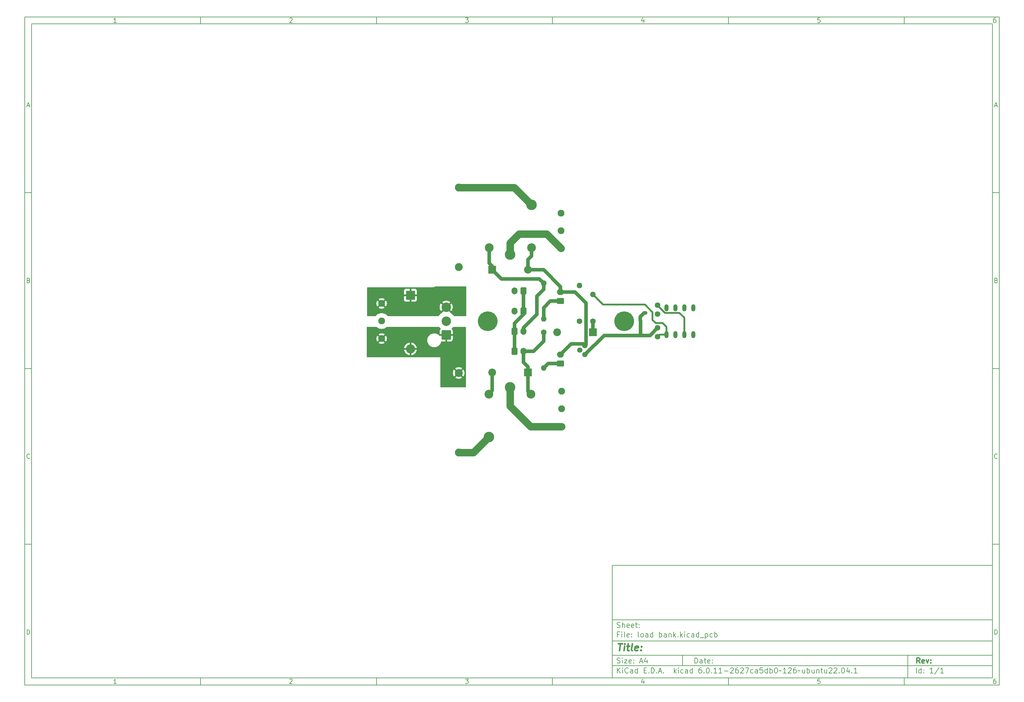
<source format=gbr>
%TF.GenerationSoftware,KiCad,Pcbnew,6.0.11-2627ca5db0~126~ubuntu22.04.1*%
%TF.CreationDate,2023-02-06T20:19:17-05:00*%
%TF.ProjectId,load bank,6c6f6164-2062-4616-9e6b-2e6b69636164,rev?*%
%TF.SameCoordinates,Original*%
%TF.FileFunction,Copper,L1,Top*%
%TF.FilePolarity,Positive*%
%FSLAX46Y46*%
G04 Gerber Fmt 4.6, Leading zero omitted, Abs format (unit mm)*
G04 Created by KiCad (PCBNEW 6.0.11-2627ca5db0~126~ubuntu22.04.1) date 2023-02-06 20:19:17*
%MOMM*%
%LPD*%
G01*
G04 APERTURE LIST*
G04 Aperture macros list*
%AMRoundRect*
0 Rectangle with rounded corners*
0 $1 Rounding radius*
0 $2 $3 $4 $5 $6 $7 $8 $9 X,Y pos of 4 corners*
0 Add a 4 corners polygon primitive as box body*
4,1,4,$2,$3,$4,$5,$6,$7,$8,$9,$2,$3,0*
0 Add four circle primitives for the rounded corners*
1,1,$1+$1,$2,$3*
1,1,$1+$1,$4,$5*
1,1,$1+$1,$6,$7*
1,1,$1+$1,$8,$9*
0 Add four rect primitives between the rounded corners*
20,1,$1+$1,$2,$3,$4,$5,0*
20,1,$1+$1,$4,$5,$6,$7,0*
20,1,$1+$1,$6,$7,$8,$9,0*
20,1,$1+$1,$8,$9,$2,$3,0*%
G04 Aperture macros list end*
%ADD10C,0.100000*%
%ADD11C,0.150000*%
%ADD12C,0.300000*%
%ADD13C,0.400000*%
%TA.AperFunction,ComponentPad*%
%ADD14C,1.600000*%
%TD*%
%TA.AperFunction,ComponentPad*%
%ADD15O,1.600000X1.600000*%
%TD*%
%TA.AperFunction,ComponentPad*%
%ADD16RoundRect,0.250000X0.600000X0.750000X-0.600000X0.750000X-0.600000X-0.750000X0.600000X-0.750000X0*%
%TD*%
%TA.AperFunction,ComponentPad*%
%ADD17O,1.700000X2.000000*%
%TD*%
%TA.AperFunction,ComponentPad*%
%ADD18RoundRect,0.250000X-0.600000X-0.750000X0.600000X-0.750000X0.600000X0.750000X-0.600000X0.750000X0*%
%TD*%
%TA.AperFunction,ComponentPad*%
%ADD19C,3.000000*%
%TD*%
%TA.AperFunction,ComponentPad*%
%ADD20C,2.500000*%
%TD*%
%TA.AperFunction,ComponentPad*%
%ADD21R,2.600000X2.600000*%
%TD*%
%TA.AperFunction,ComponentPad*%
%ADD22O,2.600000X2.600000*%
%TD*%
%TA.AperFunction,ComponentPad*%
%ADD23R,2.200000X2.200000*%
%TD*%
%TA.AperFunction,ComponentPad*%
%ADD24O,2.200000X2.200000*%
%TD*%
%TA.AperFunction,ComponentPad*%
%ADD25RoundRect,0.250000X0.750000X-0.600000X0.750000X0.600000X-0.750000X0.600000X-0.750000X-0.600000X0*%
%TD*%
%TA.AperFunction,ComponentPad*%
%ADD26O,2.000000X1.700000*%
%TD*%
%TA.AperFunction,ComponentPad*%
%ADD27C,1.950000*%
%TD*%
%TA.AperFunction,ComponentPad*%
%ADD28C,2.250000*%
%TD*%
%TA.AperFunction,ComponentPad*%
%ADD29C,1.510000*%
%TD*%
%TA.AperFunction,ComponentPad*%
%ADD30O,1.200000X2.000000*%
%TD*%
%TA.AperFunction,ComponentPad*%
%ADD31C,3.600000*%
%TD*%
%TA.AperFunction,ConnectorPad*%
%ADD32C,5.600000*%
%TD*%
%TA.AperFunction,ComponentPad*%
%ADD33RoundRect,0.250001X1.099999X-1.099999X1.099999X1.099999X-1.099999X1.099999X-1.099999X-1.099999X0*%
%TD*%
%TA.AperFunction,ComponentPad*%
%ADD34C,2.700000*%
%TD*%
%TA.AperFunction,ViaPad*%
%ADD35C,1.000000*%
%TD*%
%TA.AperFunction,Conductor*%
%ADD36C,0.500000*%
%TD*%
%TA.AperFunction,Conductor*%
%ADD37C,1.000000*%
%TD*%
%TA.AperFunction,Conductor*%
%ADD38C,2.090000*%
%TD*%
G04 APERTURE END LIST*
D10*
D11*
X177002200Y-166007200D02*
X177002200Y-198007200D01*
X285002200Y-198007200D01*
X285002200Y-166007200D01*
X177002200Y-166007200D01*
D10*
D11*
X10000000Y-10000000D02*
X10000000Y-200007200D01*
X287002200Y-200007200D01*
X287002200Y-10000000D01*
X10000000Y-10000000D01*
D10*
D11*
X12000000Y-12000000D02*
X12000000Y-198007200D01*
X285002200Y-198007200D01*
X285002200Y-12000000D01*
X12000000Y-12000000D01*
D10*
D11*
X60000000Y-12000000D02*
X60000000Y-10000000D01*
D10*
D11*
X110000000Y-12000000D02*
X110000000Y-10000000D01*
D10*
D11*
X160000000Y-12000000D02*
X160000000Y-10000000D01*
D10*
D11*
X210000000Y-12000000D02*
X210000000Y-10000000D01*
D10*
D11*
X260000000Y-12000000D02*
X260000000Y-10000000D01*
D10*
D11*
X36065476Y-11588095D02*
X35322619Y-11588095D01*
X35694047Y-11588095D02*
X35694047Y-10288095D01*
X35570238Y-10473809D01*
X35446428Y-10597619D01*
X35322619Y-10659523D01*
D10*
D11*
X85322619Y-10411904D02*
X85384523Y-10350000D01*
X85508333Y-10288095D01*
X85817857Y-10288095D01*
X85941666Y-10350000D01*
X86003571Y-10411904D01*
X86065476Y-10535714D01*
X86065476Y-10659523D01*
X86003571Y-10845238D01*
X85260714Y-11588095D01*
X86065476Y-11588095D01*
D10*
D11*
X135260714Y-10288095D02*
X136065476Y-10288095D01*
X135632142Y-10783333D01*
X135817857Y-10783333D01*
X135941666Y-10845238D01*
X136003571Y-10907142D01*
X136065476Y-11030952D01*
X136065476Y-11340476D01*
X136003571Y-11464285D01*
X135941666Y-11526190D01*
X135817857Y-11588095D01*
X135446428Y-11588095D01*
X135322619Y-11526190D01*
X135260714Y-11464285D01*
D10*
D11*
X185941666Y-10721428D02*
X185941666Y-11588095D01*
X185632142Y-10226190D02*
X185322619Y-11154761D01*
X186127380Y-11154761D01*
D10*
D11*
X236003571Y-10288095D02*
X235384523Y-10288095D01*
X235322619Y-10907142D01*
X235384523Y-10845238D01*
X235508333Y-10783333D01*
X235817857Y-10783333D01*
X235941666Y-10845238D01*
X236003571Y-10907142D01*
X236065476Y-11030952D01*
X236065476Y-11340476D01*
X236003571Y-11464285D01*
X235941666Y-11526190D01*
X235817857Y-11588095D01*
X235508333Y-11588095D01*
X235384523Y-11526190D01*
X235322619Y-11464285D01*
D10*
D11*
X285941666Y-10288095D02*
X285694047Y-10288095D01*
X285570238Y-10350000D01*
X285508333Y-10411904D01*
X285384523Y-10597619D01*
X285322619Y-10845238D01*
X285322619Y-11340476D01*
X285384523Y-11464285D01*
X285446428Y-11526190D01*
X285570238Y-11588095D01*
X285817857Y-11588095D01*
X285941666Y-11526190D01*
X286003571Y-11464285D01*
X286065476Y-11340476D01*
X286065476Y-11030952D01*
X286003571Y-10907142D01*
X285941666Y-10845238D01*
X285817857Y-10783333D01*
X285570238Y-10783333D01*
X285446428Y-10845238D01*
X285384523Y-10907142D01*
X285322619Y-11030952D01*
D10*
D11*
X60000000Y-198007200D02*
X60000000Y-200007200D01*
D10*
D11*
X110000000Y-198007200D02*
X110000000Y-200007200D01*
D10*
D11*
X160000000Y-198007200D02*
X160000000Y-200007200D01*
D10*
D11*
X210000000Y-198007200D02*
X210000000Y-200007200D01*
D10*
D11*
X260000000Y-198007200D02*
X260000000Y-200007200D01*
D10*
D11*
X36065476Y-199595295D02*
X35322619Y-199595295D01*
X35694047Y-199595295D02*
X35694047Y-198295295D01*
X35570238Y-198481009D01*
X35446428Y-198604819D01*
X35322619Y-198666723D01*
D10*
D11*
X85322619Y-198419104D02*
X85384523Y-198357200D01*
X85508333Y-198295295D01*
X85817857Y-198295295D01*
X85941666Y-198357200D01*
X86003571Y-198419104D01*
X86065476Y-198542914D01*
X86065476Y-198666723D01*
X86003571Y-198852438D01*
X85260714Y-199595295D01*
X86065476Y-199595295D01*
D10*
D11*
X135260714Y-198295295D02*
X136065476Y-198295295D01*
X135632142Y-198790533D01*
X135817857Y-198790533D01*
X135941666Y-198852438D01*
X136003571Y-198914342D01*
X136065476Y-199038152D01*
X136065476Y-199347676D01*
X136003571Y-199471485D01*
X135941666Y-199533390D01*
X135817857Y-199595295D01*
X135446428Y-199595295D01*
X135322619Y-199533390D01*
X135260714Y-199471485D01*
D10*
D11*
X185941666Y-198728628D02*
X185941666Y-199595295D01*
X185632142Y-198233390D02*
X185322619Y-199161961D01*
X186127380Y-199161961D01*
D10*
D11*
X236003571Y-198295295D02*
X235384523Y-198295295D01*
X235322619Y-198914342D01*
X235384523Y-198852438D01*
X235508333Y-198790533D01*
X235817857Y-198790533D01*
X235941666Y-198852438D01*
X236003571Y-198914342D01*
X236065476Y-199038152D01*
X236065476Y-199347676D01*
X236003571Y-199471485D01*
X235941666Y-199533390D01*
X235817857Y-199595295D01*
X235508333Y-199595295D01*
X235384523Y-199533390D01*
X235322619Y-199471485D01*
D10*
D11*
X285941666Y-198295295D02*
X285694047Y-198295295D01*
X285570238Y-198357200D01*
X285508333Y-198419104D01*
X285384523Y-198604819D01*
X285322619Y-198852438D01*
X285322619Y-199347676D01*
X285384523Y-199471485D01*
X285446428Y-199533390D01*
X285570238Y-199595295D01*
X285817857Y-199595295D01*
X285941666Y-199533390D01*
X286003571Y-199471485D01*
X286065476Y-199347676D01*
X286065476Y-199038152D01*
X286003571Y-198914342D01*
X285941666Y-198852438D01*
X285817857Y-198790533D01*
X285570238Y-198790533D01*
X285446428Y-198852438D01*
X285384523Y-198914342D01*
X285322619Y-199038152D01*
D10*
D11*
X10000000Y-60000000D02*
X12000000Y-60000000D01*
D10*
D11*
X10000000Y-110000000D02*
X12000000Y-110000000D01*
D10*
D11*
X10000000Y-160000000D02*
X12000000Y-160000000D01*
D10*
D11*
X10690476Y-35216666D02*
X11309523Y-35216666D01*
X10566666Y-35588095D02*
X11000000Y-34288095D01*
X11433333Y-35588095D01*
D10*
D11*
X11092857Y-84907142D02*
X11278571Y-84969047D01*
X11340476Y-85030952D01*
X11402380Y-85154761D01*
X11402380Y-85340476D01*
X11340476Y-85464285D01*
X11278571Y-85526190D01*
X11154761Y-85588095D01*
X10659523Y-85588095D01*
X10659523Y-84288095D01*
X11092857Y-84288095D01*
X11216666Y-84350000D01*
X11278571Y-84411904D01*
X11340476Y-84535714D01*
X11340476Y-84659523D01*
X11278571Y-84783333D01*
X11216666Y-84845238D01*
X11092857Y-84907142D01*
X10659523Y-84907142D01*
D10*
D11*
X11402380Y-135464285D02*
X11340476Y-135526190D01*
X11154761Y-135588095D01*
X11030952Y-135588095D01*
X10845238Y-135526190D01*
X10721428Y-135402380D01*
X10659523Y-135278571D01*
X10597619Y-135030952D01*
X10597619Y-134845238D01*
X10659523Y-134597619D01*
X10721428Y-134473809D01*
X10845238Y-134350000D01*
X11030952Y-134288095D01*
X11154761Y-134288095D01*
X11340476Y-134350000D01*
X11402380Y-134411904D01*
D10*
D11*
X10659523Y-185588095D02*
X10659523Y-184288095D01*
X10969047Y-184288095D01*
X11154761Y-184350000D01*
X11278571Y-184473809D01*
X11340476Y-184597619D01*
X11402380Y-184845238D01*
X11402380Y-185030952D01*
X11340476Y-185278571D01*
X11278571Y-185402380D01*
X11154761Y-185526190D01*
X10969047Y-185588095D01*
X10659523Y-185588095D01*
D10*
D11*
X287002200Y-60000000D02*
X285002200Y-60000000D01*
D10*
D11*
X287002200Y-110000000D02*
X285002200Y-110000000D01*
D10*
D11*
X287002200Y-160000000D02*
X285002200Y-160000000D01*
D10*
D11*
X285692676Y-35216666D02*
X286311723Y-35216666D01*
X285568866Y-35588095D02*
X286002200Y-34288095D01*
X286435533Y-35588095D01*
D10*
D11*
X286095057Y-84907142D02*
X286280771Y-84969047D01*
X286342676Y-85030952D01*
X286404580Y-85154761D01*
X286404580Y-85340476D01*
X286342676Y-85464285D01*
X286280771Y-85526190D01*
X286156961Y-85588095D01*
X285661723Y-85588095D01*
X285661723Y-84288095D01*
X286095057Y-84288095D01*
X286218866Y-84350000D01*
X286280771Y-84411904D01*
X286342676Y-84535714D01*
X286342676Y-84659523D01*
X286280771Y-84783333D01*
X286218866Y-84845238D01*
X286095057Y-84907142D01*
X285661723Y-84907142D01*
D10*
D11*
X286404580Y-135464285D02*
X286342676Y-135526190D01*
X286156961Y-135588095D01*
X286033152Y-135588095D01*
X285847438Y-135526190D01*
X285723628Y-135402380D01*
X285661723Y-135278571D01*
X285599819Y-135030952D01*
X285599819Y-134845238D01*
X285661723Y-134597619D01*
X285723628Y-134473809D01*
X285847438Y-134350000D01*
X286033152Y-134288095D01*
X286156961Y-134288095D01*
X286342676Y-134350000D01*
X286404580Y-134411904D01*
D10*
D11*
X285661723Y-185588095D02*
X285661723Y-184288095D01*
X285971247Y-184288095D01*
X286156961Y-184350000D01*
X286280771Y-184473809D01*
X286342676Y-184597619D01*
X286404580Y-184845238D01*
X286404580Y-185030952D01*
X286342676Y-185278571D01*
X286280771Y-185402380D01*
X286156961Y-185526190D01*
X285971247Y-185588095D01*
X285661723Y-185588095D01*
D10*
D11*
X200434342Y-193785771D02*
X200434342Y-192285771D01*
X200791485Y-192285771D01*
X201005771Y-192357200D01*
X201148628Y-192500057D01*
X201220057Y-192642914D01*
X201291485Y-192928628D01*
X201291485Y-193142914D01*
X201220057Y-193428628D01*
X201148628Y-193571485D01*
X201005771Y-193714342D01*
X200791485Y-193785771D01*
X200434342Y-193785771D01*
X202577200Y-193785771D02*
X202577200Y-193000057D01*
X202505771Y-192857200D01*
X202362914Y-192785771D01*
X202077200Y-192785771D01*
X201934342Y-192857200D01*
X202577200Y-193714342D02*
X202434342Y-193785771D01*
X202077200Y-193785771D01*
X201934342Y-193714342D01*
X201862914Y-193571485D01*
X201862914Y-193428628D01*
X201934342Y-193285771D01*
X202077200Y-193214342D01*
X202434342Y-193214342D01*
X202577200Y-193142914D01*
X203077200Y-192785771D02*
X203648628Y-192785771D01*
X203291485Y-192285771D02*
X203291485Y-193571485D01*
X203362914Y-193714342D01*
X203505771Y-193785771D01*
X203648628Y-193785771D01*
X204720057Y-193714342D02*
X204577200Y-193785771D01*
X204291485Y-193785771D01*
X204148628Y-193714342D01*
X204077200Y-193571485D01*
X204077200Y-193000057D01*
X204148628Y-192857200D01*
X204291485Y-192785771D01*
X204577200Y-192785771D01*
X204720057Y-192857200D01*
X204791485Y-193000057D01*
X204791485Y-193142914D01*
X204077200Y-193285771D01*
X205434342Y-193642914D02*
X205505771Y-193714342D01*
X205434342Y-193785771D01*
X205362914Y-193714342D01*
X205434342Y-193642914D01*
X205434342Y-193785771D01*
X205434342Y-192857200D02*
X205505771Y-192928628D01*
X205434342Y-193000057D01*
X205362914Y-192928628D01*
X205434342Y-192857200D01*
X205434342Y-193000057D01*
D10*
D11*
X177002200Y-194507200D02*
X285002200Y-194507200D01*
D10*
D11*
X178434342Y-196585771D02*
X178434342Y-195085771D01*
X179291485Y-196585771D02*
X178648628Y-195728628D01*
X179291485Y-195085771D02*
X178434342Y-195942914D01*
X179934342Y-196585771D02*
X179934342Y-195585771D01*
X179934342Y-195085771D02*
X179862914Y-195157200D01*
X179934342Y-195228628D01*
X180005771Y-195157200D01*
X179934342Y-195085771D01*
X179934342Y-195228628D01*
X181505771Y-196442914D02*
X181434342Y-196514342D01*
X181220057Y-196585771D01*
X181077200Y-196585771D01*
X180862914Y-196514342D01*
X180720057Y-196371485D01*
X180648628Y-196228628D01*
X180577200Y-195942914D01*
X180577200Y-195728628D01*
X180648628Y-195442914D01*
X180720057Y-195300057D01*
X180862914Y-195157200D01*
X181077200Y-195085771D01*
X181220057Y-195085771D01*
X181434342Y-195157200D01*
X181505771Y-195228628D01*
X182791485Y-196585771D02*
X182791485Y-195800057D01*
X182720057Y-195657200D01*
X182577200Y-195585771D01*
X182291485Y-195585771D01*
X182148628Y-195657200D01*
X182791485Y-196514342D02*
X182648628Y-196585771D01*
X182291485Y-196585771D01*
X182148628Y-196514342D01*
X182077200Y-196371485D01*
X182077200Y-196228628D01*
X182148628Y-196085771D01*
X182291485Y-196014342D01*
X182648628Y-196014342D01*
X182791485Y-195942914D01*
X184148628Y-196585771D02*
X184148628Y-195085771D01*
X184148628Y-196514342D02*
X184005771Y-196585771D01*
X183720057Y-196585771D01*
X183577200Y-196514342D01*
X183505771Y-196442914D01*
X183434342Y-196300057D01*
X183434342Y-195871485D01*
X183505771Y-195728628D01*
X183577200Y-195657200D01*
X183720057Y-195585771D01*
X184005771Y-195585771D01*
X184148628Y-195657200D01*
X186005771Y-195800057D02*
X186505771Y-195800057D01*
X186720057Y-196585771D02*
X186005771Y-196585771D01*
X186005771Y-195085771D01*
X186720057Y-195085771D01*
X187362914Y-196442914D02*
X187434342Y-196514342D01*
X187362914Y-196585771D01*
X187291485Y-196514342D01*
X187362914Y-196442914D01*
X187362914Y-196585771D01*
X188077200Y-196585771D02*
X188077200Y-195085771D01*
X188434342Y-195085771D01*
X188648628Y-195157200D01*
X188791485Y-195300057D01*
X188862914Y-195442914D01*
X188934342Y-195728628D01*
X188934342Y-195942914D01*
X188862914Y-196228628D01*
X188791485Y-196371485D01*
X188648628Y-196514342D01*
X188434342Y-196585771D01*
X188077200Y-196585771D01*
X189577200Y-196442914D02*
X189648628Y-196514342D01*
X189577200Y-196585771D01*
X189505771Y-196514342D01*
X189577200Y-196442914D01*
X189577200Y-196585771D01*
X190220057Y-196157200D02*
X190934342Y-196157200D01*
X190077200Y-196585771D02*
X190577200Y-195085771D01*
X191077200Y-196585771D01*
X191577200Y-196442914D02*
X191648628Y-196514342D01*
X191577200Y-196585771D01*
X191505771Y-196514342D01*
X191577200Y-196442914D01*
X191577200Y-196585771D01*
X194577200Y-196585771D02*
X194577200Y-195085771D01*
X194720057Y-196014342D02*
X195148628Y-196585771D01*
X195148628Y-195585771D02*
X194577200Y-196157200D01*
X195791485Y-196585771D02*
X195791485Y-195585771D01*
X195791485Y-195085771D02*
X195720057Y-195157200D01*
X195791485Y-195228628D01*
X195862914Y-195157200D01*
X195791485Y-195085771D01*
X195791485Y-195228628D01*
X197148628Y-196514342D02*
X197005771Y-196585771D01*
X196720057Y-196585771D01*
X196577200Y-196514342D01*
X196505771Y-196442914D01*
X196434342Y-196300057D01*
X196434342Y-195871485D01*
X196505771Y-195728628D01*
X196577200Y-195657200D01*
X196720057Y-195585771D01*
X197005771Y-195585771D01*
X197148628Y-195657200D01*
X198434342Y-196585771D02*
X198434342Y-195800057D01*
X198362914Y-195657200D01*
X198220057Y-195585771D01*
X197934342Y-195585771D01*
X197791485Y-195657200D01*
X198434342Y-196514342D02*
X198291485Y-196585771D01*
X197934342Y-196585771D01*
X197791485Y-196514342D01*
X197720057Y-196371485D01*
X197720057Y-196228628D01*
X197791485Y-196085771D01*
X197934342Y-196014342D01*
X198291485Y-196014342D01*
X198434342Y-195942914D01*
X199791485Y-196585771D02*
X199791485Y-195085771D01*
X199791485Y-196514342D02*
X199648628Y-196585771D01*
X199362914Y-196585771D01*
X199220057Y-196514342D01*
X199148628Y-196442914D01*
X199077200Y-196300057D01*
X199077200Y-195871485D01*
X199148628Y-195728628D01*
X199220057Y-195657200D01*
X199362914Y-195585771D01*
X199648628Y-195585771D01*
X199791485Y-195657200D01*
X202291485Y-195085771D02*
X202005771Y-195085771D01*
X201862914Y-195157200D01*
X201791485Y-195228628D01*
X201648628Y-195442914D01*
X201577200Y-195728628D01*
X201577200Y-196300057D01*
X201648628Y-196442914D01*
X201720057Y-196514342D01*
X201862914Y-196585771D01*
X202148628Y-196585771D01*
X202291485Y-196514342D01*
X202362914Y-196442914D01*
X202434342Y-196300057D01*
X202434342Y-195942914D01*
X202362914Y-195800057D01*
X202291485Y-195728628D01*
X202148628Y-195657200D01*
X201862914Y-195657200D01*
X201720057Y-195728628D01*
X201648628Y-195800057D01*
X201577200Y-195942914D01*
X203077200Y-196442914D02*
X203148628Y-196514342D01*
X203077200Y-196585771D01*
X203005771Y-196514342D01*
X203077200Y-196442914D01*
X203077200Y-196585771D01*
X204077200Y-195085771D02*
X204220057Y-195085771D01*
X204362914Y-195157200D01*
X204434342Y-195228628D01*
X204505771Y-195371485D01*
X204577200Y-195657200D01*
X204577200Y-196014342D01*
X204505771Y-196300057D01*
X204434342Y-196442914D01*
X204362914Y-196514342D01*
X204220057Y-196585771D01*
X204077200Y-196585771D01*
X203934342Y-196514342D01*
X203862914Y-196442914D01*
X203791485Y-196300057D01*
X203720057Y-196014342D01*
X203720057Y-195657200D01*
X203791485Y-195371485D01*
X203862914Y-195228628D01*
X203934342Y-195157200D01*
X204077200Y-195085771D01*
X205220057Y-196442914D02*
X205291485Y-196514342D01*
X205220057Y-196585771D01*
X205148628Y-196514342D01*
X205220057Y-196442914D01*
X205220057Y-196585771D01*
X206720057Y-196585771D02*
X205862914Y-196585771D01*
X206291485Y-196585771D02*
X206291485Y-195085771D01*
X206148628Y-195300057D01*
X206005771Y-195442914D01*
X205862914Y-195514342D01*
X208148628Y-196585771D02*
X207291485Y-196585771D01*
X207720057Y-196585771D02*
X207720057Y-195085771D01*
X207577200Y-195300057D01*
X207434342Y-195442914D01*
X207291485Y-195514342D01*
X208791485Y-196014342D02*
X209934342Y-196014342D01*
X210577200Y-195228628D02*
X210648628Y-195157200D01*
X210791485Y-195085771D01*
X211148628Y-195085771D01*
X211291485Y-195157200D01*
X211362914Y-195228628D01*
X211434342Y-195371485D01*
X211434342Y-195514342D01*
X211362914Y-195728628D01*
X210505771Y-196585771D01*
X211434342Y-196585771D01*
X212720057Y-195085771D02*
X212434342Y-195085771D01*
X212291485Y-195157200D01*
X212220057Y-195228628D01*
X212077200Y-195442914D01*
X212005771Y-195728628D01*
X212005771Y-196300057D01*
X212077200Y-196442914D01*
X212148628Y-196514342D01*
X212291485Y-196585771D01*
X212577200Y-196585771D01*
X212720057Y-196514342D01*
X212791485Y-196442914D01*
X212862914Y-196300057D01*
X212862914Y-195942914D01*
X212791485Y-195800057D01*
X212720057Y-195728628D01*
X212577200Y-195657200D01*
X212291485Y-195657200D01*
X212148628Y-195728628D01*
X212077200Y-195800057D01*
X212005771Y-195942914D01*
X213434342Y-195228628D02*
X213505771Y-195157200D01*
X213648628Y-195085771D01*
X214005771Y-195085771D01*
X214148628Y-195157200D01*
X214220057Y-195228628D01*
X214291485Y-195371485D01*
X214291485Y-195514342D01*
X214220057Y-195728628D01*
X213362914Y-196585771D01*
X214291485Y-196585771D01*
X214791485Y-195085771D02*
X215791485Y-195085771D01*
X215148628Y-196585771D01*
X217005771Y-196514342D02*
X216862914Y-196585771D01*
X216577200Y-196585771D01*
X216434342Y-196514342D01*
X216362914Y-196442914D01*
X216291485Y-196300057D01*
X216291485Y-195871485D01*
X216362914Y-195728628D01*
X216434342Y-195657200D01*
X216577200Y-195585771D01*
X216862914Y-195585771D01*
X217005771Y-195657200D01*
X218291485Y-196585771D02*
X218291485Y-195800057D01*
X218220057Y-195657200D01*
X218077200Y-195585771D01*
X217791485Y-195585771D01*
X217648628Y-195657200D01*
X218291485Y-196514342D02*
X218148628Y-196585771D01*
X217791485Y-196585771D01*
X217648628Y-196514342D01*
X217577200Y-196371485D01*
X217577200Y-196228628D01*
X217648628Y-196085771D01*
X217791485Y-196014342D01*
X218148628Y-196014342D01*
X218291485Y-195942914D01*
X219720057Y-195085771D02*
X219005771Y-195085771D01*
X218934342Y-195800057D01*
X219005771Y-195728628D01*
X219148628Y-195657200D01*
X219505771Y-195657200D01*
X219648628Y-195728628D01*
X219720057Y-195800057D01*
X219791485Y-195942914D01*
X219791485Y-196300057D01*
X219720057Y-196442914D01*
X219648628Y-196514342D01*
X219505771Y-196585771D01*
X219148628Y-196585771D01*
X219005771Y-196514342D01*
X218934342Y-196442914D01*
X221077200Y-196585771D02*
X221077200Y-195085771D01*
X221077200Y-196514342D02*
X220934342Y-196585771D01*
X220648628Y-196585771D01*
X220505771Y-196514342D01*
X220434342Y-196442914D01*
X220362914Y-196300057D01*
X220362914Y-195871485D01*
X220434342Y-195728628D01*
X220505771Y-195657200D01*
X220648628Y-195585771D01*
X220934342Y-195585771D01*
X221077200Y-195657200D01*
X221791485Y-196585771D02*
X221791485Y-195085771D01*
X221791485Y-195657200D02*
X221934342Y-195585771D01*
X222220057Y-195585771D01*
X222362914Y-195657200D01*
X222434342Y-195728628D01*
X222505771Y-195871485D01*
X222505771Y-196300057D01*
X222434342Y-196442914D01*
X222362914Y-196514342D01*
X222220057Y-196585771D01*
X221934342Y-196585771D01*
X221791485Y-196514342D01*
X223434342Y-195085771D02*
X223577200Y-195085771D01*
X223720057Y-195157200D01*
X223791485Y-195228628D01*
X223862914Y-195371485D01*
X223934342Y-195657200D01*
X223934342Y-196014342D01*
X223862914Y-196300057D01*
X223791485Y-196442914D01*
X223720057Y-196514342D01*
X223577200Y-196585771D01*
X223434342Y-196585771D01*
X223291485Y-196514342D01*
X223220057Y-196442914D01*
X223148628Y-196300057D01*
X223077200Y-196014342D01*
X223077200Y-195657200D01*
X223148628Y-195371485D01*
X223220057Y-195228628D01*
X223291485Y-195157200D01*
X223434342Y-195085771D01*
X224362914Y-196014342D02*
X224434342Y-195942914D01*
X224577200Y-195871485D01*
X224862914Y-196014342D01*
X225005771Y-195942914D01*
X225077200Y-195871485D01*
X226434342Y-196585771D02*
X225577200Y-196585771D01*
X226005771Y-196585771D02*
X226005771Y-195085771D01*
X225862914Y-195300057D01*
X225720057Y-195442914D01*
X225577200Y-195514342D01*
X227005771Y-195228628D02*
X227077200Y-195157200D01*
X227220057Y-195085771D01*
X227577200Y-195085771D01*
X227720057Y-195157200D01*
X227791485Y-195228628D01*
X227862914Y-195371485D01*
X227862914Y-195514342D01*
X227791485Y-195728628D01*
X226934342Y-196585771D01*
X227862914Y-196585771D01*
X229148628Y-195085771D02*
X228862914Y-195085771D01*
X228720057Y-195157200D01*
X228648628Y-195228628D01*
X228505771Y-195442914D01*
X228434342Y-195728628D01*
X228434342Y-196300057D01*
X228505771Y-196442914D01*
X228577199Y-196514342D01*
X228720057Y-196585771D01*
X229005771Y-196585771D01*
X229148628Y-196514342D01*
X229220057Y-196442914D01*
X229291485Y-196300057D01*
X229291485Y-195942914D01*
X229220057Y-195800057D01*
X229148628Y-195728628D01*
X229005771Y-195657200D01*
X228720057Y-195657200D01*
X228577199Y-195728628D01*
X228505771Y-195800057D01*
X228434342Y-195942914D01*
X229720057Y-196014342D02*
X229791485Y-195942914D01*
X229934342Y-195871485D01*
X230220057Y-196014342D01*
X230362914Y-195942914D01*
X230434342Y-195871485D01*
X231648628Y-195585771D02*
X231648628Y-196585771D01*
X231005771Y-195585771D02*
X231005771Y-196371485D01*
X231077199Y-196514342D01*
X231220057Y-196585771D01*
X231434342Y-196585771D01*
X231577199Y-196514342D01*
X231648628Y-196442914D01*
X232362914Y-196585771D02*
X232362914Y-195085771D01*
X232362914Y-195657200D02*
X232505771Y-195585771D01*
X232791485Y-195585771D01*
X232934342Y-195657200D01*
X233005771Y-195728628D01*
X233077200Y-195871485D01*
X233077200Y-196300057D01*
X233005771Y-196442914D01*
X232934342Y-196514342D01*
X232791485Y-196585771D01*
X232505771Y-196585771D01*
X232362914Y-196514342D01*
X234362914Y-195585771D02*
X234362914Y-196585771D01*
X233720057Y-195585771D02*
X233720057Y-196371485D01*
X233791485Y-196514342D01*
X233934342Y-196585771D01*
X234148628Y-196585771D01*
X234291485Y-196514342D01*
X234362914Y-196442914D01*
X235077200Y-195585771D02*
X235077200Y-196585771D01*
X235077200Y-195728628D02*
X235148628Y-195657200D01*
X235291485Y-195585771D01*
X235505771Y-195585771D01*
X235648628Y-195657200D01*
X235720057Y-195800057D01*
X235720057Y-196585771D01*
X236220057Y-195585771D02*
X236791485Y-195585771D01*
X236434342Y-195085771D02*
X236434342Y-196371485D01*
X236505771Y-196514342D01*
X236648628Y-196585771D01*
X236791485Y-196585771D01*
X237934342Y-195585771D02*
X237934342Y-196585771D01*
X237291485Y-195585771D02*
X237291485Y-196371485D01*
X237362914Y-196514342D01*
X237505771Y-196585771D01*
X237720057Y-196585771D01*
X237862914Y-196514342D01*
X237934342Y-196442914D01*
X238577200Y-195228628D02*
X238648628Y-195157200D01*
X238791485Y-195085771D01*
X239148628Y-195085771D01*
X239291485Y-195157200D01*
X239362914Y-195228628D01*
X239434342Y-195371485D01*
X239434342Y-195514342D01*
X239362914Y-195728628D01*
X238505771Y-196585771D01*
X239434342Y-196585771D01*
X240005771Y-195228628D02*
X240077200Y-195157200D01*
X240220057Y-195085771D01*
X240577200Y-195085771D01*
X240720057Y-195157200D01*
X240791485Y-195228628D01*
X240862914Y-195371485D01*
X240862914Y-195514342D01*
X240791485Y-195728628D01*
X239934342Y-196585771D01*
X240862914Y-196585771D01*
X241505771Y-196442914D02*
X241577199Y-196514342D01*
X241505771Y-196585771D01*
X241434342Y-196514342D01*
X241505771Y-196442914D01*
X241505771Y-196585771D01*
X242505771Y-195085771D02*
X242648628Y-195085771D01*
X242791485Y-195157200D01*
X242862914Y-195228628D01*
X242934342Y-195371485D01*
X243005771Y-195657200D01*
X243005771Y-196014342D01*
X242934342Y-196300057D01*
X242862914Y-196442914D01*
X242791485Y-196514342D01*
X242648628Y-196585771D01*
X242505771Y-196585771D01*
X242362914Y-196514342D01*
X242291485Y-196442914D01*
X242220057Y-196300057D01*
X242148628Y-196014342D01*
X242148628Y-195657200D01*
X242220057Y-195371485D01*
X242291485Y-195228628D01*
X242362914Y-195157200D01*
X242505771Y-195085771D01*
X244291485Y-195585771D02*
X244291485Y-196585771D01*
X243934342Y-195014342D02*
X243577199Y-196085771D01*
X244505771Y-196085771D01*
X245077199Y-196442914D02*
X245148628Y-196514342D01*
X245077199Y-196585771D01*
X245005771Y-196514342D01*
X245077199Y-196442914D01*
X245077199Y-196585771D01*
X246577200Y-196585771D02*
X245720057Y-196585771D01*
X246148628Y-196585771D02*
X246148628Y-195085771D01*
X246005771Y-195300057D01*
X245862914Y-195442914D01*
X245720057Y-195514342D01*
D10*
D11*
X177002200Y-191507200D02*
X285002200Y-191507200D01*
D10*
D12*
X264411485Y-193785771D02*
X263911485Y-193071485D01*
X263554342Y-193785771D02*
X263554342Y-192285771D01*
X264125771Y-192285771D01*
X264268628Y-192357200D01*
X264340057Y-192428628D01*
X264411485Y-192571485D01*
X264411485Y-192785771D01*
X264340057Y-192928628D01*
X264268628Y-193000057D01*
X264125771Y-193071485D01*
X263554342Y-193071485D01*
X265625771Y-193714342D02*
X265482914Y-193785771D01*
X265197200Y-193785771D01*
X265054342Y-193714342D01*
X264982914Y-193571485D01*
X264982914Y-193000057D01*
X265054342Y-192857200D01*
X265197200Y-192785771D01*
X265482914Y-192785771D01*
X265625771Y-192857200D01*
X265697200Y-193000057D01*
X265697200Y-193142914D01*
X264982914Y-193285771D01*
X266197200Y-192785771D02*
X266554342Y-193785771D01*
X266911485Y-192785771D01*
X267482914Y-193642914D02*
X267554342Y-193714342D01*
X267482914Y-193785771D01*
X267411485Y-193714342D01*
X267482914Y-193642914D01*
X267482914Y-193785771D01*
X267482914Y-192857200D02*
X267554342Y-192928628D01*
X267482914Y-193000057D01*
X267411485Y-192928628D01*
X267482914Y-192857200D01*
X267482914Y-193000057D01*
D10*
D11*
X178362914Y-193714342D02*
X178577200Y-193785771D01*
X178934342Y-193785771D01*
X179077200Y-193714342D01*
X179148628Y-193642914D01*
X179220057Y-193500057D01*
X179220057Y-193357200D01*
X179148628Y-193214342D01*
X179077200Y-193142914D01*
X178934342Y-193071485D01*
X178648628Y-193000057D01*
X178505771Y-192928628D01*
X178434342Y-192857200D01*
X178362914Y-192714342D01*
X178362914Y-192571485D01*
X178434342Y-192428628D01*
X178505771Y-192357200D01*
X178648628Y-192285771D01*
X179005771Y-192285771D01*
X179220057Y-192357200D01*
X179862914Y-193785771D02*
X179862914Y-192785771D01*
X179862914Y-192285771D02*
X179791485Y-192357200D01*
X179862914Y-192428628D01*
X179934342Y-192357200D01*
X179862914Y-192285771D01*
X179862914Y-192428628D01*
X180434342Y-192785771D02*
X181220057Y-192785771D01*
X180434342Y-193785771D01*
X181220057Y-193785771D01*
X182362914Y-193714342D02*
X182220057Y-193785771D01*
X181934342Y-193785771D01*
X181791485Y-193714342D01*
X181720057Y-193571485D01*
X181720057Y-193000057D01*
X181791485Y-192857200D01*
X181934342Y-192785771D01*
X182220057Y-192785771D01*
X182362914Y-192857200D01*
X182434342Y-193000057D01*
X182434342Y-193142914D01*
X181720057Y-193285771D01*
X183077200Y-193642914D02*
X183148628Y-193714342D01*
X183077200Y-193785771D01*
X183005771Y-193714342D01*
X183077200Y-193642914D01*
X183077200Y-193785771D01*
X183077200Y-192857200D02*
X183148628Y-192928628D01*
X183077200Y-193000057D01*
X183005771Y-192928628D01*
X183077200Y-192857200D01*
X183077200Y-193000057D01*
X184862914Y-193357200D02*
X185577200Y-193357200D01*
X184720057Y-193785771D02*
X185220057Y-192285771D01*
X185720057Y-193785771D01*
X186862914Y-192785771D02*
X186862914Y-193785771D01*
X186505771Y-192214342D02*
X186148628Y-193285771D01*
X187077200Y-193285771D01*
D10*
D11*
X263434342Y-196585771D02*
X263434342Y-195085771D01*
X264791485Y-196585771D02*
X264791485Y-195085771D01*
X264791485Y-196514342D02*
X264648628Y-196585771D01*
X264362914Y-196585771D01*
X264220057Y-196514342D01*
X264148628Y-196442914D01*
X264077200Y-196300057D01*
X264077200Y-195871485D01*
X264148628Y-195728628D01*
X264220057Y-195657200D01*
X264362914Y-195585771D01*
X264648628Y-195585771D01*
X264791485Y-195657200D01*
X265505771Y-196442914D02*
X265577200Y-196514342D01*
X265505771Y-196585771D01*
X265434342Y-196514342D01*
X265505771Y-196442914D01*
X265505771Y-196585771D01*
X265505771Y-195657200D02*
X265577200Y-195728628D01*
X265505771Y-195800057D01*
X265434342Y-195728628D01*
X265505771Y-195657200D01*
X265505771Y-195800057D01*
X268148628Y-196585771D02*
X267291485Y-196585771D01*
X267720057Y-196585771D02*
X267720057Y-195085771D01*
X267577200Y-195300057D01*
X267434342Y-195442914D01*
X267291485Y-195514342D01*
X269862914Y-195014342D02*
X268577200Y-196942914D01*
X271148628Y-196585771D02*
X270291485Y-196585771D01*
X270720057Y-196585771D02*
X270720057Y-195085771D01*
X270577200Y-195300057D01*
X270434342Y-195442914D01*
X270291485Y-195514342D01*
D10*
D11*
X177002200Y-187507200D02*
X285002200Y-187507200D01*
D10*
D13*
X178714580Y-188211961D02*
X179857438Y-188211961D01*
X179036009Y-190211961D02*
X179286009Y-188211961D01*
X180274104Y-190211961D02*
X180440771Y-188878628D01*
X180524104Y-188211961D02*
X180416961Y-188307200D01*
X180500295Y-188402438D01*
X180607438Y-188307200D01*
X180524104Y-188211961D01*
X180500295Y-188402438D01*
X181107438Y-188878628D02*
X181869342Y-188878628D01*
X181476485Y-188211961D02*
X181262200Y-189926247D01*
X181333628Y-190116723D01*
X181512200Y-190211961D01*
X181702676Y-190211961D01*
X182655057Y-190211961D02*
X182476485Y-190116723D01*
X182405057Y-189926247D01*
X182619342Y-188211961D01*
X184190771Y-190116723D02*
X183988390Y-190211961D01*
X183607438Y-190211961D01*
X183428866Y-190116723D01*
X183357438Y-189926247D01*
X183452676Y-189164342D01*
X183571723Y-188973866D01*
X183774104Y-188878628D01*
X184155057Y-188878628D01*
X184333628Y-188973866D01*
X184405057Y-189164342D01*
X184381247Y-189354819D01*
X183405057Y-189545295D01*
X185155057Y-190021485D02*
X185238390Y-190116723D01*
X185131247Y-190211961D01*
X185047914Y-190116723D01*
X185155057Y-190021485D01*
X185131247Y-190211961D01*
X185286009Y-188973866D02*
X185369342Y-189069104D01*
X185262200Y-189164342D01*
X185178866Y-189069104D01*
X185286009Y-188973866D01*
X185262200Y-189164342D01*
D10*
D11*
X178934342Y-185600057D02*
X178434342Y-185600057D01*
X178434342Y-186385771D02*
X178434342Y-184885771D01*
X179148628Y-184885771D01*
X179720057Y-186385771D02*
X179720057Y-185385771D01*
X179720057Y-184885771D02*
X179648628Y-184957200D01*
X179720057Y-185028628D01*
X179791485Y-184957200D01*
X179720057Y-184885771D01*
X179720057Y-185028628D01*
X180648628Y-186385771D02*
X180505771Y-186314342D01*
X180434342Y-186171485D01*
X180434342Y-184885771D01*
X181791485Y-186314342D02*
X181648628Y-186385771D01*
X181362914Y-186385771D01*
X181220057Y-186314342D01*
X181148628Y-186171485D01*
X181148628Y-185600057D01*
X181220057Y-185457200D01*
X181362914Y-185385771D01*
X181648628Y-185385771D01*
X181791485Y-185457200D01*
X181862914Y-185600057D01*
X181862914Y-185742914D01*
X181148628Y-185885771D01*
X182505771Y-186242914D02*
X182577200Y-186314342D01*
X182505771Y-186385771D01*
X182434342Y-186314342D01*
X182505771Y-186242914D01*
X182505771Y-186385771D01*
X182505771Y-185457200D02*
X182577200Y-185528628D01*
X182505771Y-185600057D01*
X182434342Y-185528628D01*
X182505771Y-185457200D01*
X182505771Y-185600057D01*
X184577200Y-186385771D02*
X184434342Y-186314342D01*
X184362914Y-186171485D01*
X184362914Y-184885771D01*
X185362914Y-186385771D02*
X185220057Y-186314342D01*
X185148628Y-186242914D01*
X185077200Y-186100057D01*
X185077200Y-185671485D01*
X185148628Y-185528628D01*
X185220057Y-185457200D01*
X185362914Y-185385771D01*
X185577200Y-185385771D01*
X185720057Y-185457200D01*
X185791485Y-185528628D01*
X185862914Y-185671485D01*
X185862914Y-186100057D01*
X185791485Y-186242914D01*
X185720057Y-186314342D01*
X185577200Y-186385771D01*
X185362914Y-186385771D01*
X187148628Y-186385771D02*
X187148628Y-185600057D01*
X187077200Y-185457200D01*
X186934342Y-185385771D01*
X186648628Y-185385771D01*
X186505771Y-185457200D01*
X187148628Y-186314342D02*
X187005771Y-186385771D01*
X186648628Y-186385771D01*
X186505771Y-186314342D01*
X186434342Y-186171485D01*
X186434342Y-186028628D01*
X186505771Y-185885771D01*
X186648628Y-185814342D01*
X187005771Y-185814342D01*
X187148628Y-185742914D01*
X188505771Y-186385771D02*
X188505771Y-184885771D01*
X188505771Y-186314342D02*
X188362914Y-186385771D01*
X188077200Y-186385771D01*
X187934342Y-186314342D01*
X187862914Y-186242914D01*
X187791485Y-186100057D01*
X187791485Y-185671485D01*
X187862914Y-185528628D01*
X187934342Y-185457200D01*
X188077200Y-185385771D01*
X188362914Y-185385771D01*
X188505771Y-185457200D01*
X190362914Y-186385771D02*
X190362914Y-184885771D01*
X190362914Y-185457200D02*
X190505771Y-185385771D01*
X190791485Y-185385771D01*
X190934342Y-185457200D01*
X191005771Y-185528628D01*
X191077200Y-185671485D01*
X191077200Y-186100057D01*
X191005771Y-186242914D01*
X190934342Y-186314342D01*
X190791485Y-186385771D01*
X190505771Y-186385771D01*
X190362914Y-186314342D01*
X192362914Y-186385771D02*
X192362914Y-185600057D01*
X192291485Y-185457200D01*
X192148628Y-185385771D01*
X191862914Y-185385771D01*
X191720057Y-185457200D01*
X192362914Y-186314342D02*
X192220057Y-186385771D01*
X191862914Y-186385771D01*
X191720057Y-186314342D01*
X191648628Y-186171485D01*
X191648628Y-186028628D01*
X191720057Y-185885771D01*
X191862914Y-185814342D01*
X192220057Y-185814342D01*
X192362914Y-185742914D01*
X193077200Y-185385771D02*
X193077200Y-186385771D01*
X193077200Y-185528628D02*
X193148628Y-185457200D01*
X193291485Y-185385771D01*
X193505771Y-185385771D01*
X193648628Y-185457200D01*
X193720057Y-185600057D01*
X193720057Y-186385771D01*
X194434342Y-186385771D02*
X194434342Y-184885771D01*
X194577200Y-185814342D02*
X195005771Y-186385771D01*
X195005771Y-185385771D02*
X194434342Y-185957200D01*
X195648628Y-186242914D02*
X195720057Y-186314342D01*
X195648628Y-186385771D01*
X195577200Y-186314342D01*
X195648628Y-186242914D01*
X195648628Y-186385771D01*
X196362914Y-186385771D02*
X196362914Y-184885771D01*
X196505771Y-185814342D02*
X196934342Y-186385771D01*
X196934342Y-185385771D02*
X196362914Y-185957200D01*
X197577200Y-186385771D02*
X197577200Y-185385771D01*
X197577200Y-184885771D02*
X197505771Y-184957200D01*
X197577200Y-185028628D01*
X197648628Y-184957200D01*
X197577200Y-184885771D01*
X197577200Y-185028628D01*
X198934342Y-186314342D02*
X198791485Y-186385771D01*
X198505771Y-186385771D01*
X198362914Y-186314342D01*
X198291485Y-186242914D01*
X198220057Y-186100057D01*
X198220057Y-185671485D01*
X198291485Y-185528628D01*
X198362914Y-185457200D01*
X198505771Y-185385771D01*
X198791485Y-185385771D01*
X198934342Y-185457200D01*
X200220057Y-186385771D02*
X200220057Y-185600057D01*
X200148628Y-185457200D01*
X200005771Y-185385771D01*
X199720057Y-185385771D01*
X199577200Y-185457200D01*
X200220057Y-186314342D02*
X200077200Y-186385771D01*
X199720057Y-186385771D01*
X199577200Y-186314342D01*
X199505771Y-186171485D01*
X199505771Y-186028628D01*
X199577200Y-185885771D01*
X199720057Y-185814342D01*
X200077200Y-185814342D01*
X200220057Y-185742914D01*
X201577200Y-186385771D02*
X201577200Y-184885771D01*
X201577200Y-186314342D02*
X201434342Y-186385771D01*
X201148628Y-186385771D01*
X201005771Y-186314342D01*
X200934342Y-186242914D01*
X200862914Y-186100057D01*
X200862914Y-185671485D01*
X200934342Y-185528628D01*
X201005771Y-185457200D01*
X201148628Y-185385771D01*
X201434342Y-185385771D01*
X201577200Y-185457200D01*
X201934342Y-186528628D02*
X203077200Y-186528628D01*
X203434342Y-185385771D02*
X203434342Y-186885771D01*
X203434342Y-185457200D02*
X203577200Y-185385771D01*
X203862914Y-185385771D01*
X204005771Y-185457200D01*
X204077200Y-185528628D01*
X204148628Y-185671485D01*
X204148628Y-186100057D01*
X204077200Y-186242914D01*
X204005771Y-186314342D01*
X203862914Y-186385771D01*
X203577200Y-186385771D01*
X203434342Y-186314342D01*
X205434342Y-186314342D02*
X205291485Y-186385771D01*
X205005771Y-186385771D01*
X204862914Y-186314342D01*
X204791485Y-186242914D01*
X204720057Y-186100057D01*
X204720057Y-185671485D01*
X204791485Y-185528628D01*
X204862914Y-185457200D01*
X205005771Y-185385771D01*
X205291485Y-185385771D01*
X205434342Y-185457200D01*
X206077200Y-186385771D02*
X206077200Y-184885771D01*
X206077200Y-185457200D02*
X206220057Y-185385771D01*
X206505771Y-185385771D01*
X206648628Y-185457200D01*
X206720057Y-185528628D01*
X206791485Y-185671485D01*
X206791485Y-186100057D01*
X206720057Y-186242914D01*
X206648628Y-186314342D01*
X206505771Y-186385771D01*
X206220057Y-186385771D01*
X206077200Y-186314342D01*
D10*
D11*
X177002200Y-181507200D02*
X285002200Y-181507200D01*
D10*
D11*
X178362914Y-183614342D02*
X178577200Y-183685771D01*
X178934342Y-183685771D01*
X179077200Y-183614342D01*
X179148628Y-183542914D01*
X179220057Y-183400057D01*
X179220057Y-183257200D01*
X179148628Y-183114342D01*
X179077200Y-183042914D01*
X178934342Y-182971485D01*
X178648628Y-182900057D01*
X178505771Y-182828628D01*
X178434342Y-182757200D01*
X178362914Y-182614342D01*
X178362914Y-182471485D01*
X178434342Y-182328628D01*
X178505771Y-182257200D01*
X178648628Y-182185771D01*
X179005771Y-182185771D01*
X179220057Y-182257200D01*
X179862914Y-183685771D02*
X179862914Y-182185771D01*
X180505771Y-183685771D02*
X180505771Y-182900057D01*
X180434342Y-182757200D01*
X180291485Y-182685771D01*
X180077200Y-182685771D01*
X179934342Y-182757200D01*
X179862914Y-182828628D01*
X181791485Y-183614342D02*
X181648628Y-183685771D01*
X181362914Y-183685771D01*
X181220057Y-183614342D01*
X181148628Y-183471485D01*
X181148628Y-182900057D01*
X181220057Y-182757200D01*
X181362914Y-182685771D01*
X181648628Y-182685771D01*
X181791485Y-182757200D01*
X181862914Y-182900057D01*
X181862914Y-183042914D01*
X181148628Y-183185771D01*
X183077200Y-183614342D02*
X182934342Y-183685771D01*
X182648628Y-183685771D01*
X182505771Y-183614342D01*
X182434342Y-183471485D01*
X182434342Y-182900057D01*
X182505771Y-182757200D01*
X182648628Y-182685771D01*
X182934342Y-182685771D01*
X183077200Y-182757200D01*
X183148628Y-182900057D01*
X183148628Y-183042914D01*
X182434342Y-183185771D01*
X183577200Y-182685771D02*
X184148628Y-182685771D01*
X183791485Y-182185771D02*
X183791485Y-183471485D01*
X183862914Y-183614342D01*
X184005771Y-183685771D01*
X184148628Y-183685771D01*
X184648628Y-183542914D02*
X184720057Y-183614342D01*
X184648628Y-183685771D01*
X184577200Y-183614342D01*
X184648628Y-183542914D01*
X184648628Y-183685771D01*
X184648628Y-182757200D02*
X184720057Y-182828628D01*
X184648628Y-182900057D01*
X184577200Y-182828628D01*
X184648628Y-182757200D01*
X184648628Y-182900057D01*
D10*
D12*
D10*
D11*
D10*
D11*
D10*
D11*
D10*
D11*
D10*
D11*
X197002200Y-191507200D02*
X197002200Y-194507200D01*
D10*
D11*
X261002200Y-191507200D02*
X261002200Y-198007200D01*
D14*
%TO.P,R3,1*%
%TO.N,Net-(D3-Pad1)*%
X157480000Y-85725000D03*
D15*
%TO.P,R3,2*%
%TO.N,Net-(J5-Pad1)*%
X157480000Y-95885000D03*
%TD*%
D14*
%TO.P,C2,1*%
%TO.N,Net-(C2-Pad1)*%
X189865000Y-92000000D03*
%TO.P,C2,2*%
%TO.N,GND*%
X189865000Y-94500000D03*
%TD*%
D16*
%TO.P,J1,1,Pin_1*%
%TO.N,+5V*%
X151745000Y-87930000D03*
D17*
%TO.P,J1,2,Pin_2*%
%TO.N,GND*%
X149245000Y-87930000D03*
%TD*%
D18*
%TO.P,J8,1,Pin_1*%
%TO.N,+5V*%
X149245000Y-99395000D03*
D17*
%TO.P,J8,2,Pin_2*%
%TO.N,Net-(D3-Pad1)*%
X151745000Y-99395000D03*
%TD*%
D19*
%TO.P,K2,1,87*%
%TO.N,Net-(J12-Pad1)*%
X147955000Y-115325000D03*
D20*
%TO.P,K2,2,85*%
%TO.N,Net-(D3-Pad2)*%
X141905000Y-117275000D03*
D19*
%TO.P,K2,3,30*%
%TO.N,Net-(J9-Pad2)*%
X141905000Y-129475000D03*
D20*
%TO.P,K2,5,86*%
%TO.N,Net-(D4-Pad1)*%
X153905000Y-117275000D03*
%TD*%
D21*
%TO.P,D1,1,A1*%
%TO.N,GNDA*%
X119634000Y-89154000D03*
D22*
%TO.P,D1,2,A2*%
%TO.N,VAC*%
X119634000Y-104394000D03*
%TD*%
D18*
%TO.P,J10,1,Pin_1*%
%TO.N,+5V*%
X149245000Y-105110000D03*
D17*
%TO.P,J10,2,Pin_2*%
%TO.N,Net-(D4-Pad1)*%
X151745000Y-105110000D03*
%TD*%
D19*
%TO.P,K1,1,87*%
%TO.N,/res_1*%
X147955000Y-77580000D03*
D20*
%TO.P,K1,2,85*%
%TO.N,Net-(D3-Pad2)*%
X154005000Y-75630000D03*
D19*
%TO.P,K1,3,30*%
%TO.N,Net-(J7-Pad2)*%
X154005000Y-63430000D03*
D20*
%TO.P,K1,5,86*%
%TO.N,Net-(D3-Pad1)*%
X142005000Y-75630000D03*
%TD*%
D23*
%TO.P,D4,1,K*%
%TO.N,Net-(D4-Pad1)*%
X153035000Y-111125000D03*
D24*
%TO.P,D4,2,A*%
%TO.N,Net-(D3-Pad2)*%
X142875000Y-111125000D03*
%TD*%
D14*
%TO.P,R5,1*%
%TO.N,Net-(Q1-Pad2)*%
X167640000Y-96540000D03*
D15*
%TO.P,R5,2*%
%TO.N,T_CONTROL*%
X167640000Y-86380000D03*
%TD*%
D14*
%TO.P,R4,1*%
%TO.N,Net-(D4-Pad1)*%
X157480000Y-99695000D03*
D15*
%TO.P,R4,2*%
%TO.N,Net-(J6-Pad1)*%
X157480000Y-109855000D03*
%TD*%
D25*
%TO.P,J6,1,Pin_1*%
%TO.N,Net-(J6-Pad1)*%
X162260000Y-108565000D03*
D26*
%TO.P,J6,2,Pin_2*%
%TO.N,Net-(D3-Pad2)*%
X162260000Y-106065000D03*
%TD*%
D27*
%TO.P,J11,1,1*%
%TO.N,/res_1*%
X162456800Y-75827900D03*
%TO.P,J11,2,2*%
%TO.N,unconnected-(J11-Pad2)*%
X162456800Y-70827900D03*
%TO.P,J11,3,3*%
%TO.N,GNDA*%
X162456800Y-65827900D03*
%TD*%
D28*
%TO.P,J7,1*%
%TO.N,VAC*%
X133350000Y-81150000D03*
%TO.P,J7,2*%
%TO.N,Net-(J7-Pad2)*%
X133350000Y-58550000D03*
%TD*%
D29*
%TO.P,Q1,1,E*%
%TO.N,GND*%
X169210453Y-106065000D03*
%TO.P,Q1,2,B*%
%TO.N,Net-(Q1-Pad2)*%
X167790453Y-104795000D03*
%TO.P,Q1,3,C*%
%TO.N,Net-(D3-Pad2)*%
X169210453Y-103525000D03*
%TD*%
D27*
%TO.P,J12,1,1*%
%TO.N,Net-(J12-Pad1)*%
X162560000Y-126480800D03*
%TO.P,J12,2,2*%
%TO.N,unconnected-(J12-Pad2)*%
X162560000Y-121480800D03*
%TO.P,J12,3,3*%
%TO.N,GNDA*%
X162560000Y-116480800D03*
%TD*%
D25*
%TO.P,J5,1,Pin_1*%
%TO.N,Net-(J5-Pad1)*%
X162260000Y-90785000D03*
D26*
%TO.P,J5,2,Pin_2*%
%TO.N,Net-(D3-Pad2)*%
X162260000Y-88285000D03*
%TD*%
D16*
%TO.P,J4,1,Pin_1*%
%TO.N,+5V*%
X151745000Y-93645000D03*
D17*
%TO.P,J4,2,Pin_2*%
%TO.N,GND*%
X149245000Y-93645000D03*
%TD*%
D30*
%TO.P,U1,1,NC*%
%TO.N,unconnected-(U1-Pad1)*%
X200025000Y-92710000D03*
%TO.P,U1,2,~OUT*%
%TO.N,T_CONTROL*%
X197485000Y-92710000D03*
%TO.P,U1,3,OUT*%
%TO.N,unconnected-(U1-Pad3)*%
X194945000Y-92710000D03*
%TO.P,U1,4,GND*%
%TO.N,GND*%
X192405000Y-92710000D03*
%TO.P,U1,5,TSET*%
%TO.N,Net-(C1-Pad2)*%
X192405000Y-100330000D03*
%TO.P,U1,6,NC*%
%TO.N,unconnected-(U1-Pad6)*%
X194945000Y-100330000D03*
%TO.P,U1,7,VDD*%
%TO.N,Net-(C2-Pad1)*%
X197485000Y-100330000D03*
%TO.P,U1,8,NC*%
%TO.N,unconnected-(U1-Pad8)*%
X200025000Y-100330000D03*
%TD*%
D31*
%TO.P,H2,1*%
%TO.N,N/C*%
X141605000Y-96520000D03*
D32*
X141605000Y-96520000D03*
%TD*%
D33*
%TO.P,J2,1,1*%
%TO.N,VAC*%
X129794000Y-100480000D03*
D34*
%TO.P,J2,2,2*%
%TO.N,unconnected-(J2-Pad2)*%
X129794000Y-96520000D03*
%TO.P,J2,3,3*%
%TO.N,GNDA*%
X129794000Y-92560000D03*
%TD*%
D14*
%TO.P,R2,1*%
%TO.N,Net-(C2-Pad1)*%
X171450000Y-96540000D03*
D15*
%TO.P,R2,2*%
%TO.N,Net-(C1-Pad2)*%
X171450000Y-88920000D03*
%TD*%
D27*
%TO.P,J3,1,1*%
%TO.N,VAC*%
X111448600Y-101481900D03*
%TO.P,J3,2,2*%
%TO.N,unconnected-(J3-Pad2)*%
X111448600Y-96481900D03*
%TO.P,J3,3,3*%
%TO.N,GNDA*%
X111448600Y-91481900D03*
%TD*%
D14*
%TO.P,C1,1*%
%TO.N,GND*%
X189865000Y-98445000D03*
%TO.P,C1,2*%
%TO.N,Net-(C1-Pad2)*%
X189865000Y-100945000D03*
%TD*%
D31*
%TO.P,H3,1*%
%TO.N,N/C*%
X180340000Y-96520000D03*
D32*
X180340000Y-96520000D03*
%TD*%
D23*
%TO.P,D2,1,K*%
%TO.N,Net-(C2-Pad1)*%
X171450000Y-99695000D03*
D24*
%TO.P,D2,2,A*%
%TO.N,+5V*%
X161290000Y-99695000D03*
%TD*%
D23*
%TO.P,D3,1,K*%
%TO.N,Net-(D3-Pad1)*%
X142875000Y-81915000D03*
D24*
%TO.P,D3,2,A*%
%TO.N,Net-(D3-Pad2)*%
X153035000Y-81915000D03*
%TD*%
D28*
%TO.P,J9,1*%
%TO.N,VAC*%
X133350000Y-111255000D03*
%TO.P,J9,2*%
%TO.N,Net-(J9-Pad2)*%
X133350000Y-133855000D03*
%TD*%
D35*
%TO.N,GND*%
X186461400Y-94163500D03*
%TD*%
D36*
%TO.N,Net-(C1-Pad2)*%
X192405000Y-100330000D02*
X190480000Y-100330000D01*
X171450000Y-88920000D02*
X174376400Y-91846400D01*
X174376400Y-91846400D02*
X186283600Y-91846400D01*
X188442600Y-94005400D02*
X188442600Y-96189800D01*
X189306200Y-97053400D02*
X191287400Y-97053400D01*
X191287400Y-97053400D02*
X192405000Y-98171000D01*
X188442600Y-96189800D02*
X189306200Y-97053400D01*
X192405000Y-100330000D02*
X192405000Y-98171000D01*
X186283600Y-91846400D02*
X188442600Y-94005400D01*
X190480000Y-100330000D02*
X189865000Y-100945000D01*
D37*
%TO.N,GND*%
X184988200Y-100253800D02*
X184658000Y-100584000D01*
X186023900Y-94163500D02*
X184937400Y-95250000D01*
X184937400Y-96291400D02*
X184988200Y-96342200D01*
X184988200Y-96342200D02*
X184988200Y-100253800D01*
X187726000Y-100584000D02*
X184658000Y-100584000D01*
X184937400Y-95250000D02*
X184937400Y-96291400D01*
X186461400Y-94163500D02*
X186023900Y-94163500D01*
X174691453Y-100584000D02*
X169210453Y-106065000D01*
X189865000Y-98445000D02*
X187726000Y-100584000D01*
X184658000Y-100584000D02*
X174691453Y-100584000D01*
D36*
%TO.N,Net-(C2-Pad1)*%
X196077500Y-94160000D02*
X197485000Y-95567500D01*
X191970076Y-94160000D02*
X196077500Y-94160000D01*
X197485000Y-95567500D02*
X197485000Y-100330000D01*
X189865000Y-92054924D02*
X191970076Y-94160000D01*
X189865000Y-92000000D02*
X189865000Y-92054924D01*
D37*
X171450000Y-99695000D02*
X171450000Y-96540000D01*
%TO.N,Net-(D3-Pad1)*%
X145460000Y-84500000D02*
X156255000Y-84500000D01*
X156255000Y-84500000D02*
X157480000Y-85725000D01*
X142875000Y-80899000D02*
X142005000Y-80029000D01*
X157480000Y-87520000D02*
X157480000Y-85725000D01*
X151745000Y-99395000D02*
X151745000Y-98445000D01*
X142005000Y-80029000D02*
X142005000Y-75630000D01*
X155575000Y-94615000D02*
X155575000Y-89425000D01*
X142875000Y-81915000D02*
X142875000Y-80899000D01*
X142875000Y-81915000D02*
X145460000Y-84500000D01*
X155575000Y-89425000D02*
X157480000Y-87520000D01*
X151745000Y-98445000D02*
X155575000Y-94615000D01*
%TO.N,Net-(D3-Pad2)*%
X142875000Y-116305000D02*
X141905000Y-117275000D01*
X169500000Y-91395000D02*
X166390000Y-88285000D01*
X162260000Y-88285000D02*
X162260000Y-86695000D01*
X153000000Y-79000000D02*
X153000000Y-81880000D01*
X154005000Y-75630000D02*
X154005000Y-77995000D01*
X169500000Y-103235453D02*
X169500000Y-91395000D01*
X165325000Y-103000000D02*
X162260000Y-106065000D01*
X157480000Y-81915000D02*
X153035000Y-81915000D01*
X169210453Y-103525000D02*
X169500000Y-103235453D01*
X142875000Y-111125000D02*
X142875000Y-116305000D01*
X166390000Y-88285000D02*
X162260000Y-88285000D01*
X154005000Y-77995000D02*
X153000000Y-79000000D01*
X162260000Y-86695000D02*
X157480000Y-81915000D01*
X168685453Y-103000000D02*
X165325000Y-103000000D01*
X169210453Y-103525000D02*
X168685453Y-103000000D01*
X153000000Y-81880000D02*
X153035000Y-81915000D01*
%TO.N,+5V*%
X151745000Y-93645000D02*
X151745000Y-94635000D01*
X151745000Y-94635000D02*
X149245000Y-97135000D01*
X149245000Y-97135000D02*
X149245000Y-99395000D01*
X149245000Y-99395000D02*
X149245000Y-105110000D01*
X151745000Y-87930000D02*
X151745000Y-93645000D01*
%TO.N,Net-(D4-Pad1)*%
X151745000Y-105110000D02*
X154605000Y-105110000D01*
X153035000Y-116405000D02*
X153905000Y-117275000D01*
X157480000Y-102235000D02*
X157480000Y-99695000D01*
X154605000Y-105110000D02*
X157480000Y-102235000D01*
X151745000Y-108245000D02*
X151745000Y-105110000D01*
X153035000Y-111125000D02*
X153035000Y-116405000D01*
X153035000Y-111125000D02*
X153035000Y-109535000D01*
X153035000Y-109535000D02*
X151745000Y-108245000D01*
%TO.N,Net-(J5-Pad1)*%
X157480000Y-92710000D02*
X159405000Y-90785000D01*
X157480000Y-95885000D02*
X157480000Y-92710000D01*
X159405000Y-90785000D02*
X162260000Y-90785000D01*
D38*
%TO.N,Net-(J7-Pad2)*%
X133350000Y-58550000D02*
X149125000Y-58550000D01*
X149125000Y-58550000D02*
X154005000Y-63430000D01*
%TO.N,Net-(J9-Pad2)*%
X133350000Y-133855000D02*
X137525000Y-133855000D01*
X137525000Y-133855000D02*
X141905000Y-129475000D01*
D37*
%TO.N,Net-(J6-Pad1)*%
X158770000Y-108565000D02*
X162260000Y-108565000D01*
X157480000Y-109855000D02*
X158770000Y-108565000D01*
D38*
%TO.N,/res_1*%
X150495000Y-71755000D02*
X158383900Y-71755000D01*
X158383900Y-71755000D02*
X162456800Y-75827900D01*
X147955000Y-77580000D02*
X147955000Y-74295000D01*
X147955000Y-74295000D02*
X150495000Y-71755000D01*
%TO.N,Net-(J12-Pad1)*%
X147955000Y-120650000D02*
X153785800Y-126480800D01*
X153785800Y-126480800D02*
X162560000Y-126480800D01*
X147955000Y-115325000D02*
X147955000Y-120650000D01*
%TD*%
%TA.AperFunction,Conductor*%
%TO.N,GNDA*%
G36*
X135448269Y-86633884D02*
G01*
X135495004Y-86687329D01*
X135506628Y-86740152D01*
X135507234Y-88881885D01*
X135508964Y-94996572D01*
X135488981Y-95064699D01*
X135435339Y-95111207D01*
X135382967Y-95122608D01*
X133601812Y-95122633D01*
X132059405Y-95122654D01*
X131991284Y-95102653D01*
X131951458Y-95061644D01*
X131941057Y-95044368D01*
X131938730Y-95041384D01*
X131938725Y-95041377D01*
X131750565Y-94800110D01*
X131750563Y-94800107D01*
X131748229Y-94797115D01*
X131527093Y-94574819D01*
X131499060Y-94552719D01*
X131430141Y-94498388D01*
X131280853Y-94380699D01*
X131013076Y-94217567D01*
X131009630Y-94216000D01*
X131009622Y-94215996D01*
X130982278Y-94203564D01*
X130928545Y-94157162D01*
X130908428Y-94089074D01*
X130909410Y-94073159D01*
X130912800Y-94046167D01*
X130904249Y-94029459D01*
X129806812Y-92932022D01*
X129792868Y-92924408D01*
X129791035Y-92924539D01*
X129784420Y-92928790D01*
X128684070Y-94029140D01*
X128676456Y-94043084D01*
X128678881Y-94076995D01*
X128678576Y-94077017D01*
X128679837Y-94080615D01*
X128663368Y-94149675D01*
X128612177Y-94198868D01*
X128604958Y-94202338D01*
X128599102Y-94204927D01*
X128329631Y-94365246D01*
X128326630Y-94367561D01*
X128326626Y-94367564D01*
X128256851Y-94421395D01*
X128081371Y-94556777D01*
X128078673Y-94559433D01*
X127925509Y-94710210D01*
X127857920Y-94776745D01*
X127662513Y-95021966D01*
X127637322Y-95062834D01*
X127584552Y-95110327D01*
X127530067Y-95122718D01*
X113273966Y-95122917D01*
X113205846Y-95102916D01*
X113179233Y-95079994D01*
X113028359Y-94907954D01*
X113025643Y-94904857D01*
X112806305Y-94712504D01*
X112563738Y-94550425D01*
X112302089Y-94421395D01*
X112025838Y-94327620D01*
X112021800Y-94326817D01*
X112021797Y-94326816D01*
X111743748Y-94271508D01*
X111743742Y-94271507D01*
X111739709Y-94270705D01*
X111735604Y-94270436D01*
X111735597Y-94270435D01*
X111452719Y-94251895D01*
X111448600Y-94251625D01*
X111444481Y-94251895D01*
X111161603Y-94270435D01*
X111161596Y-94270436D01*
X111157491Y-94270705D01*
X111153458Y-94271507D01*
X111153452Y-94271508D01*
X110875403Y-94326816D01*
X110875400Y-94326817D01*
X110871362Y-94327620D01*
X110595111Y-94421395D01*
X110591418Y-94423216D01*
X110591416Y-94423217D01*
X110337167Y-94548598D01*
X110337162Y-94548601D01*
X110333463Y-94550425D01*
X110090895Y-94712504D01*
X109871557Y-94904857D01*
X109868841Y-94907954D01*
X109717922Y-95080045D01*
X109657969Y-95118073D01*
X109623194Y-95122968D01*
X108495993Y-95122983D01*
X107440966Y-95122998D01*
X107372845Y-95102997D01*
X107326351Y-95049342D01*
X107314964Y-94997034D01*
X107314304Y-92698524D01*
X110597221Y-92698524D01*
X110601588Y-92704674D01*
X110801163Y-92821297D01*
X110810446Y-92825744D01*
X111028607Y-92909052D01*
X111038505Y-92911928D01*
X111267344Y-92958485D01*
X111277572Y-92959704D01*
X111510940Y-92968262D01*
X111521226Y-92967795D01*
X111752862Y-92938122D01*
X111762940Y-92935980D01*
X111986614Y-92868874D01*
X111996212Y-92865112D01*
X112205924Y-92762376D01*
X112214769Y-92757103D01*
X112287469Y-92705247D01*
X112295870Y-92694546D01*
X112288883Y-92681393D01*
X112113432Y-92505942D01*
X127932348Y-92505942D01*
X127942328Y-92759960D01*
X127943302Y-92768784D01*
X127988978Y-93018875D01*
X127991182Y-93027462D01*
X128071636Y-93268613D01*
X128075040Y-93276831D01*
X128188667Y-93504235D01*
X128193185Y-93511874D01*
X128301294Y-93668296D01*
X128311612Y-93676647D01*
X128325267Y-93669523D01*
X129421978Y-92572812D01*
X129428356Y-92561132D01*
X130158408Y-92561132D01*
X130158539Y-92562965D01*
X130162790Y-92569580D01*
X131264027Y-93670817D01*
X131277428Y-93678135D01*
X131287329Y-93671149D01*
X131298127Y-93658305D01*
X131303353Y-93651110D01*
X131437867Y-93435425D01*
X131442038Y-93427547D01*
X131544817Y-93195065D01*
X131547833Y-93186688D01*
X131616832Y-92942034D01*
X131618636Y-92933326D01*
X131652643Y-92680145D01*
X131653171Y-92673752D01*
X131656645Y-92563222D01*
X131656518Y-92556779D01*
X131638478Y-92301986D01*
X131637225Y-92293183D01*
X131583720Y-92044662D01*
X131581241Y-92036129D01*
X131493254Y-91797630D01*
X131489599Y-91789535D01*
X131368881Y-91565807D01*
X131364122Y-91558309D01*
X131286004Y-91452545D01*
X131274876Y-91444103D01*
X131262283Y-91450927D01*
X130166022Y-92547188D01*
X130158408Y-92561132D01*
X129428356Y-92561132D01*
X129429592Y-92558868D01*
X129429461Y-92557035D01*
X129425210Y-92550420D01*
X128325423Y-91450633D01*
X128312582Y-91443621D01*
X128301893Y-91451416D01*
X128256115Y-91509485D01*
X128251122Y-91516833D01*
X128123440Y-91736655D01*
X128119532Y-91744629D01*
X128024097Y-91980247D01*
X128021348Y-91988709D01*
X127960067Y-92235413D01*
X127958538Y-92244174D01*
X127932627Y-92497059D01*
X127932348Y-92505942D01*
X112113432Y-92505942D01*
X111461412Y-91853922D01*
X111447468Y-91846308D01*
X111445635Y-91846439D01*
X111439020Y-91850690D01*
X110604481Y-92685229D01*
X110597221Y-92698524D01*
X107314304Y-92698524D01*
X107313945Y-91450699D01*
X109961258Y-91450699D01*
X109974702Y-91683842D01*
X109976135Y-91694044D01*
X110027473Y-91921849D01*
X110030556Y-91931689D01*
X110118414Y-92148056D01*
X110123057Y-92157247D01*
X110224155Y-92322225D01*
X110234611Y-92331685D01*
X110243389Y-92327901D01*
X111076578Y-91494712D01*
X111082956Y-91483032D01*
X111813008Y-91483032D01*
X111813139Y-91484865D01*
X111817390Y-91491480D01*
X112648645Y-92322735D01*
X112660655Y-92329294D01*
X112672394Y-92320326D01*
X112721118Y-92252519D01*
X112726429Y-92243680D01*
X112829891Y-92034342D01*
X112833689Y-92024749D01*
X112901574Y-91801313D01*
X112903751Y-91791243D01*
X112934469Y-91557915D01*
X112934988Y-91551240D01*
X112936601Y-91485264D01*
X112936407Y-91478547D01*
X112917125Y-91244008D01*
X112915442Y-91233846D01*
X112876431Y-91078533D01*
X128677889Y-91078533D01*
X128684869Y-91091659D01*
X129781188Y-92187978D01*
X129795132Y-92195592D01*
X129796965Y-92195461D01*
X129803580Y-92191210D01*
X130903129Y-91091661D01*
X130909983Y-91079109D01*
X130901776Y-91068039D01*
X130820230Y-91005805D01*
X130812801Y-91000925D01*
X130591005Y-90876713D01*
X130582971Y-90872932D01*
X130345865Y-90781203D01*
X130337392Y-90778596D01*
X130089736Y-90721193D01*
X130080960Y-90719803D01*
X129827691Y-90697868D01*
X129818820Y-90697728D01*
X129564976Y-90711698D01*
X129556174Y-90712810D01*
X129306832Y-90762408D01*
X129298279Y-90764748D01*
X129058421Y-90848978D01*
X129050255Y-90852512D01*
X128824669Y-90969696D01*
X128817097Y-90974335D01*
X128686292Y-91067810D01*
X128677889Y-91078533D01*
X112876431Y-91078533D01*
X112858552Y-91007353D01*
X112855234Y-90997606D01*
X112762113Y-90783442D01*
X112757246Y-90774367D01*
X112672065Y-90642696D01*
X112661379Y-90633493D01*
X112651814Y-90637896D01*
X111820622Y-91469088D01*
X111813008Y-91483032D01*
X111082956Y-91483032D01*
X111084192Y-91480768D01*
X111084061Y-91478935D01*
X111079810Y-91472320D01*
X110248492Y-90641002D01*
X110236956Y-90634702D01*
X110224673Y-90644326D01*
X110157636Y-90742598D01*
X110152543Y-90751562D01*
X110054219Y-90963383D01*
X110050662Y-90973051D01*
X109988257Y-91198078D01*
X109986326Y-91208198D01*
X109961510Y-91440410D01*
X109961258Y-91450699D01*
X107313945Y-91450699D01*
X107313606Y-90269042D01*
X110600538Y-90269042D01*
X110607284Y-90281374D01*
X111435788Y-91109878D01*
X111449732Y-91117492D01*
X111451565Y-91117361D01*
X111458180Y-91113110D01*
X112072621Y-90498669D01*
X117826001Y-90498669D01*
X117826371Y-90505490D01*
X117831895Y-90556352D01*
X117835521Y-90571604D01*
X117880676Y-90692054D01*
X117889214Y-90707649D01*
X117965715Y-90809724D01*
X117978276Y-90822285D01*
X118080351Y-90898786D01*
X118095946Y-90907324D01*
X118216394Y-90952478D01*
X118231649Y-90956105D01*
X118282514Y-90961631D01*
X118289328Y-90962000D01*
X119361885Y-90962000D01*
X119377124Y-90957525D01*
X119378329Y-90956135D01*
X119380000Y-90948452D01*
X119380000Y-90943884D01*
X119888000Y-90943884D01*
X119892475Y-90959123D01*
X119893865Y-90960328D01*
X119901548Y-90961999D01*
X120978669Y-90961999D01*
X120985490Y-90961629D01*
X121036352Y-90956105D01*
X121051604Y-90952479D01*
X121172054Y-90907324D01*
X121187649Y-90898786D01*
X121289724Y-90822285D01*
X121302285Y-90809724D01*
X121378786Y-90707649D01*
X121387324Y-90692054D01*
X121432478Y-90571606D01*
X121436105Y-90556351D01*
X121441631Y-90505486D01*
X121442000Y-90498672D01*
X121442000Y-89426115D01*
X121437525Y-89410876D01*
X121436135Y-89409671D01*
X121428452Y-89408000D01*
X119906115Y-89408000D01*
X119890876Y-89412475D01*
X119889671Y-89413865D01*
X119888000Y-89421548D01*
X119888000Y-90943884D01*
X119380000Y-90943884D01*
X119380000Y-89426115D01*
X119375525Y-89410876D01*
X119374135Y-89409671D01*
X119366452Y-89408000D01*
X117844116Y-89408000D01*
X117828877Y-89412475D01*
X117827672Y-89413865D01*
X117826001Y-89421548D01*
X117826001Y-90498669D01*
X112072621Y-90498669D01*
X112290991Y-90280299D01*
X112298012Y-90267443D01*
X112290239Y-90256775D01*
X112276148Y-90245646D01*
X112267570Y-90239947D01*
X112063126Y-90127089D01*
X112053726Y-90122864D01*
X111833593Y-90044911D01*
X111823636Y-90042281D01*
X111593729Y-90001327D01*
X111583478Y-90000358D01*
X111349967Y-89997505D01*
X111339683Y-89998225D01*
X111108853Y-90033547D01*
X111098825Y-90035936D01*
X110876863Y-90108484D01*
X110867353Y-90112481D01*
X110660224Y-90220305D01*
X110651504Y-90225797D01*
X110608991Y-90257717D01*
X110600538Y-90269042D01*
X107313606Y-90269042D01*
X107313208Y-88881885D01*
X117826000Y-88881885D01*
X117830475Y-88897124D01*
X117831865Y-88898329D01*
X117839548Y-88900000D01*
X119361885Y-88900000D01*
X119377124Y-88895525D01*
X119378329Y-88894135D01*
X119380000Y-88886452D01*
X119380000Y-88881885D01*
X119888000Y-88881885D01*
X119892475Y-88897124D01*
X119893865Y-88898329D01*
X119901548Y-88900000D01*
X121423884Y-88900000D01*
X121439123Y-88895525D01*
X121440328Y-88894135D01*
X121441999Y-88886452D01*
X121441999Y-87809331D01*
X121441629Y-87802510D01*
X121436105Y-87751648D01*
X121432479Y-87736396D01*
X121387324Y-87615946D01*
X121378786Y-87600351D01*
X121302285Y-87498276D01*
X121289724Y-87485715D01*
X121187649Y-87409214D01*
X121172054Y-87400676D01*
X121051606Y-87355522D01*
X121036351Y-87351895D01*
X120985486Y-87346369D01*
X120978672Y-87346000D01*
X119906115Y-87346000D01*
X119890876Y-87350475D01*
X119889671Y-87351865D01*
X119888000Y-87359548D01*
X119888000Y-88881885D01*
X119380000Y-88881885D01*
X119380000Y-87364116D01*
X119375525Y-87348877D01*
X119374135Y-87347672D01*
X119366452Y-87346001D01*
X118289331Y-87346001D01*
X118282510Y-87346371D01*
X118231648Y-87351895D01*
X118216396Y-87355521D01*
X118095946Y-87400676D01*
X118080351Y-87409214D01*
X117978276Y-87485715D01*
X117965715Y-87498276D01*
X117889214Y-87600351D01*
X117880676Y-87615946D01*
X117835522Y-87736394D01*
X117831895Y-87751649D01*
X117826369Y-87802514D01*
X117826000Y-87809328D01*
X117826000Y-88881885D01*
X107313208Y-88881885D01*
X107312673Y-87020838D01*
X107332655Y-86952712D01*
X107386298Y-86906203D01*
X107397040Y-86901880D01*
X107442673Y-86885912D01*
X107470176Y-86879635D01*
X107529226Y-86872982D01*
X107544868Y-86873077D01*
X107544879Y-86872200D01*
X107553851Y-86872310D01*
X107562724Y-86873691D01*
X107571626Y-86872527D01*
X107571628Y-86872527D01*
X107586677Y-86870559D01*
X107594286Y-86869564D01*
X107610621Y-86868500D01*
X125676750Y-86868500D01*
X125697655Y-86870246D01*
X125712656Y-86872770D01*
X125712659Y-86872770D01*
X125717448Y-86873576D01*
X125723525Y-86873650D01*
X125725135Y-86873670D01*
X125725139Y-86873670D01*
X125730000Y-86873729D01*
X125734817Y-86873039D01*
X125734867Y-86873036D01*
X125745032Y-86872002D01*
X125902741Y-86862462D01*
X126017649Y-86855512D01*
X126017653Y-86855511D01*
X126021447Y-86855282D01*
X126308644Y-86802651D01*
X126312277Y-86801519D01*
X126583765Y-86716920D01*
X126583770Y-86716918D01*
X126587403Y-86715786D01*
X126590873Y-86714224D01*
X126590887Y-86714219D01*
X126701867Y-86664271D01*
X126753010Y-86653171D01*
X135380059Y-86614190D01*
X135448269Y-86633884D01*
G37*
%TD.AperFunction*%
%TD*%
%TA.AperFunction,Conductor*%
%TO.N,VAC*%
G36*
X110020033Y-98191002D02*
G01*
X110034988Y-98202268D01*
X110090895Y-98251296D01*
X110333462Y-98413375D01*
X110595111Y-98542405D01*
X110871362Y-98636180D01*
X110875400Y-98636983D01*
X110875403Y-98636984D01*
X111153452Y-98692292D01*
X111153458Y-98692293D01*
X111157491Y-98693095D01*
X111161596Y-98693364D01*
X111161603Y-98693365D01*
X111444481Y-98711905D01*
X111448600Y-98712175D01*
X111452719Y-98711905D01*
X111735597Y-98693365D01*
X111735604Y-98693364D01*
X111739709Y-98693095D01*
X111743742Y-98692293D01*
X111743748Y-98692292D01*
X112021797Y-98636984D01*
X112021800Y-98636983D01*
X112025838Y-98636180D01*
X112302089Y-98542405D01*
X112563738Y-98413375D01*
X112806305Y-98251296D01*
X112862211Y-98202268D01*
X112926615Y-98172391D01*
X112945288Y-98171000D01*
X127720324Y-98171000D01*
X127788445Y-98191002D01*
X127816519Y-98216901D01*
X127817055Y-98216438D01*
X127819536Y-98219312D01*
X127821836Y-98222326D01*
X128040632Y-98446926D01*
X128217066Y-98589036D01*
X128257571Y-98647345D01*
X128260122Y-98718295D01*
X128223909Y-98779362D01*
X128216291Y-98785911D01*
X128214792Y-98787099D01*
X128100261Y-98901830D01*
X128091249Y-98913241D01*
X128006182Y-99051245D01*
X128000038Y-99064423D01*
X127948861Y-99218716D01*
X127945995Y-99232081D01*
X127936328Y-99326439D01*
X127936000Y-99332856D01*
X127936000Y-100207885D01*
X127940475Y-100223124D01*
X127941865Y-100224329D01*
X127949548Y-100226000D01*
X131633885Y-100226000D01*
X131649124Y-100221525D01*
X131650329Y-100220135D01*
X131652000Y-100212452D01*
X131652000Y-99332904D01*
X131651663Y-99326389D01*
X131641744Y-99230797D01*
X131638850Y-99217398D01*
X131587412Y-99063217D01*
X131581238Y-99050038D01*
X131495937Y-98912193D01*
X131486901Y-98900792D01*
X131372170Y-98786261D01*
X131371199Y-98785494D01*
X131370708Y-98784802D01*
X131366990Y-98781090D01*
X131367626Y-98780453D01*
X131330139Y-98727576D01*
X131326909Y-98656652D01*
X131362537Y-98595242D01*
X131373378Y-98586053D01*
X131482952Y-98503333D01*
X131482953Y-98503332D01*
X131485976Y-98501050D01*
X131711719Y-98283433D01*
X131737883Y-98251296D01*
X131765439Y-98217449D01*
X131823959Y-98177250D01*
X131863151Y-98171000D01*
X135256000Y-98171000D01*
X135324121Y-98191002D01*
X135370614Y-98244658D01*
X135382000Y-98297000D01*
X135382000Y-115190000D01*
X135361998Y-115258121D01*
X135308342Y-115304614D01*
X135256000Y-115316000D01*
X128269500Y-115316000D01*
X128201379Y-115295998D01*
X128154886Y-115242342D01*
X128143500Y-115190000D01*
X128143500Y-112579471D01*
X132390884Y-112579471D01*
X132394570Y-112584740D01*
X132602121Y-112711927D01*
X132610915Y-112716408D01*
X132839242Y-112810984D01*
X132848627Y-112814033D01*
X133088940Y-112871728D01*
X133098687Y-112873271D01*
X133345070Y-112892662D01*
X133354930Y-112892662D01*
X133601313Y-112873271D01*
X133611060Y-112871728D01*
X133851373Y-112814033D01*
X133860758Y-112810984D01*
X134089085Y-112716408D01*
X134097879Y-112711927D01*
X134303928Y-112585660D01*
X134309190Y-112577599D01*
X134303183Y-112567393D01*
X133362812Y-111627022D01*
X133348868Y-111619408D01*
X133347035Y-111619539D01*
X133340420Y-111623790D01*
X132398276Y-112565934D01*
X132390884Y-112579471D01*
X128143500Y-112579471D01*
X128143500Y-111259930D01*
X131712338Y-111259930D01*
X131731729Y-111506313D01*
X131733272Y-111516060D01*
X131790967Y-111756373D01*
X131794016Y-111765758D01*
X131888592Y-111994085D01*
X131893073Y-112002879D01*
X132019340Y-112208928D01*
X132027401Y-112214190D01*
X132037607Y-112208183D01*
X132977978Y-111267812D01*
X132984356Y-111256132D01*
X133714408Y-111256132D01*
X133714539Y-111257965D01*
X133718790Y-111264580D01*
X134660934Y-112206724D01*
X134674471Y-112214116D01*
X134679740Y-112210430D01*
X134806927Y-112002879D01*
X134811408Y-111994085D01*
X134905984Y-111765758D01*
X134909033Y-111756373D01*
X134966728Y-111516060D01*
X134968271Y-111506313D01*
X134987662Y-111259930D01*
X134987662Y-111250070D01*
X134968271Y-111003687D01*
X134966728Y-110993940D01*
X134909033Y-110753627D01*
X134905984Y-110744242D01*
X134811408Y-110515915D01*
X134806927Y-110507121D01*
X134680660Y-110301072D01*
X134672599Y-110295810D01*
X134662393Y-110301817D01*
X133722022Y-111242188D01*
X133714408Y-111256132D01*
X132984356Y-111256132D01*
X132985592Y-111253868D01*
X132985461Y-111252035D01*
X132981210Y-111245420D01*
X132039066Y-110303276D01*
X132025529Y-110295884D01*
X132020260Y-110299570D01*
X131893073Y-110507121D01*
X131888592Y-110515915D01*
X131794016Y-110744242D01*
X131790967Y-110753627D01*
X131733272Y-110993940D01*
X131731729Y-111003687D01*
X131712338Y-111250070D01*
X131712338Y-111259930D01*
X128143500Y-111259930D01*
X128143500Y-109932401D01*
X132390810Y-109932401D01*
X132396817Y-109942607D01*
X133337188Y-110882978D01*
X133351132Y-110890592D01*
X133352965Y-110890461D01*
X133359580Y-110886210D01*
X134301724Y-109944066D01*
X134309116Y-109930529D01*
X134305430Y-109925260D01*
X134097879Y-109798073D01*
X134089085Y-109793592D01*
X133860758Y-109699016D01*
X133851373Y-109695967D01*
X133611060Y-109638272D01*
X133601313Y-109636729D01*
X133354930Y-109617338D01*
X133345070Y-109617338D01*
X133098687Y-109636729D01*
X133088940Y-109638272D01*
X132848627Y-109695967D01*
X132839242Y-109699016D01*
X132610915Y-109793592D01*
X132602121Y-109798073D01*
X132396072Y-109924340D01*
X132390810Y-109932401D01*
X128143500Y-109932401D01*
X128143500Y-109273250D01*
X128145246Y-109252345D01*
X128147770Y-109237344D01*
X128147770Y-109237341D01*
X128148576Y-109232552D01*
X128148729Y-109220000D01*
X128148039Y-109215183D01*
X128148036Y-109215133D01*
X128147001Y-109204959D01*
X128143230Y-109142609D01*
X128143000Y-109135002D01*
X128143000Y-106807000D01*
X125814992Y-106807000D01*
X125807386Y-106806770D01*
X125798682Y-106806244D01*
X125762455Y-106804052D01*
X125749167Y-106802537D01*
X125749121Y-106802529D01*
X125742552Y-106801424D01*
X125736009Y-106801344D01*
X125734860Y-106801330D01*
X125734857Y-106801330D01*
X125730000Y-106801271D01*
X125719603Y-106802760D01*
X125702376Y-106805227D01*
X125684514Y-106806500D01*
X107618367Y-106806500D01*
X107598982Y-106805000D01*
X107584148Y-106802690D01*
X107584145Y-106802690D01*
X107575276Y-106801309D01*
X107566374Y-106802473D01*
X107566250Y-106802489D01*
X107535808Y-106802760D01*
X107503988Y-106799175D01*
X107470175Y-106795365D01*
X107442673Y-106789088D01*
X107362202Y-106760930D01*
X107336785Y-106748690D01*
X107264596Y-106703330D01*
X107242538Y-106685738D01*
X107224905Y-106668105D01*
X107190879Y-106605793D01*
X107188000Y-106579010D01*
X107188000Y-104667460D01*
X117844888Y-104667460D01*
X117885961Y-104873945D01*
X117888449Y-104882917D01*
X117976095Y-105127033D01*
X117979895Y-105135568D01*
X118102658Y-105364042D01*
X118107669Y-105371908D01*
X118262867Y-105579743D01*
X118268973Y-105586767D01*
X118453188Y-105769381D01*
X118460270Y-105775430D01*
X118669452Y-105928809D01*
X118677351Y-105933745D01*
X118906905Y-106054519D01*
X118915454Y-106058236D01*
X119160327Y-106143749D01*
X119169336Y-106146163D01*
X119362201Y-106182780D01*
X119375261Y-106181496D01*
X119379885Y-106166963D01*
X119888000Y-106166963D01*
X119892171Y-106181168D01*
X119904934Y-106183223D01*
X119959765Y-106177218D01*
X119968919Y-106175522D01*
X120219758Y-106109481D01*
X120228574Y-106106445D01*
X120466880Y-106004062D01*
X120475167Y-105999748D01*
X120695713Y-105863269D01*
X120703273Y-105857776D01*
X120901225Y-105690198D01*
X120907883Y-105683655D01*
X121078901Y-105488646D01*
X121084509Y-105481205D01*
X121224832Y-105263048D01*
X121229275Y-105254864D01*
X121335807Y-105018370D01*
X121338997Y-105009605D01*
X121409402Y-104759972D01*
X121411262Y-104750830D01*
X121422058Y-104665970D01*
X121419770Y-104651708D01*
X121406750Y-104648000D01*
X119906115Y-104648000D01*
X119890876Y-104652475D01*
X119889671Y-104653865D01*
X119888000Y-104661548D01*
X119888000Y-106166963D01*
X119379885Y-106166963D01*
X119380000Y-106166600D01*
X119380000Y-104666115D01*
X119375525Y-104650876D01*
X119374135Y-104649671D01*
X119366452Y-104648000D01*
X117859132Y-104648000D01*
X117846731Y-104651641D01*
X117844888Y-104667460D01*
X107188000Y-104667460D01*
X107188000Y-104121974D01*
X117844164Y-104121974D01*
X117846924Y-104136703D01*
X117859102Y-104140000D01*
X119361885Y-104140000D01*
X119377124Y-104135525D01*
X119378329Y-104134135D01*
X119380000Y-104126452D01*
X119380000Y-104121885D01*
X119888000Y-104121885D01*
X119892475Y-104137124D01*
X119893865Y-104138329D01*
X119901548Y-104140000D01*
X121410080Y-104140000D01*
X121424956Y-104135632D01*
X121426747Y-104125624D01*
X121426122Y-104121447D01*
X121368878Y-103868467D01*
X121366154Y-103859556D01*
X121272143Y-103617806D01*
X121268132Y-103609397D01*
X121139422Y-103384202D01*
X121134211Y-103376476D01*
X120973627Y-103172776D01*
X120967333Y-103165908D01*
X120778410Y-102988186D01*
X120771156Y-102982312D01*
X120558045Y-102834471D01*
X120550010Y-102829738D01*
X120317376Y-102715016D01*
X120308743Y-102711528D01*
X120061711Y-102632452D01*
X120052629Y-102630272D01*
X119905880Y-102606372D01*
X119892286Y-102608068D01*
X119888000Y-102622178D01*
X119888000Y-104121885D01*
X119380000Y-104121885D01*
X119380000Y-102621931D01*
X119375982Y-102608247D01*
X119362290Y-102606226D01*
X119261682Y-102619918D01*
X119252546Y-102621860D01*
X119003543Y-102694439D01*
X118994800Y-102697707D01*
X118759252Y-102806296D01*
X118751097Y-102810816D01*
X118534186Y-102953029D01*
X118526781Y-102958712D01*
X118333279Y-103131419D01*
X118326794Y-103138135D01*
X118160941Y-103337551D01*
X118155529Y-103345138D01*
X118020965Y-103566891D01*
X118016736Y-103575192D01*
X117916432Y-103814389D01*
X117913471Y-103823239D01*
X117849628Y-104074625D01*
X117848006Y-104083822D01*
X117844164Y-104121974D01*
X107188000Y-104121974D01*
X107188000Y-102698524D01*
X110597221Y-102698524D01*
X110601588Y-102704674D01*
X110801163Y-102821297D01*
X110810446Y-102825744D01*
X111028607Y-102909052D01*
X111038505Y-102911928D01*
X111267344Y-102958485D01*
X111277572Y-102959704D01*
X111510940Y-102968262D01*
X111521226Y-102967795D01*
X111752862Y-102938122D01*
X111762940Y-102935980D01*
X111986614Y-102868874D01*
X111996212Y-102865112D01*
X112205924Y-102762376D01*
X112214769Y-102757103D01*
X112287469Y-102705247D01*
X112295870Y-102694546D01*
X112288883Y-102681393D01*
X111461412Y-101853922D01*
X111447468Y-101846308D01*
X111445635Y-101846439D01*
X111439020Y-101850690D01*
X110604481Y-102685229D01*
X110597221Y-102698524D01*
X107188000Y-102698524D01*
X107188000Y-101450699D01*
X109961258Y-101450699D01*
X109974702Y-101683842D01*
X109976135Y-101694044D01*
X110027473Y-101921849D01*
X110030556Y-101931689D01*
X110118414Y-102148056D01*
X110123057Y-102157247D01*
X110224155Y-102322225D01*
X110234611Y-102331685D01*
X110243389Y-102327901D01*
X111076578Y-101494712D01*
X111082956Y-101483032D01*
X111813008Y-101483032D01*
X111813139Y-101484865D01*
X111817390Y-101491480D01*
X112648645Y-102322735D01*
X112660655Y-102329294D01*
X112672394Y-102320326D01*
X112721118Y-102252519D01*
X112726429Y-102243680D01*
X112829891Y-102034342D01*
X112833689Y-102024749D01*
X112856736Y-101948891D01*
X124413698Y-101948891D01*
X124429071Y-102228228D01*
X124429939Y-102232591D01*
X124429939Y-102232592D01*
X124449740Y-102332135D01*
X124483650Y-102502613D01*
X124576345Y-102766570D01*
X124705307Y-103014832D01*
X124867963Y-103242448D01*
X125061068Y-103444873D01*
X125064564Y-103447629D01*
X125064565Y-103447630D01*
X125215847Y-103566891D01*
X125280768Y-103618071D01*
X125339577Y-103652230D01*
X125518826Y-103756347D01*
X125518832Y-103756350D01*
X125522680Y-103758585D01*
X125526813Y-103760259D01*
X125777846Y-103861938D01*
X125777854Y-103861941D01*
X125781978Y-103863611D01*
X126053487Y-103931054D01*
X126292077Y-103955500D01*
X126465266Y-103955500D01*
X126673061Y-103940787D01*
X126677416Y-103939849D01*
X126677419Y-103939849D01*
X126942208Y-103882842D01*
X126942210Y-103882842D01*
X126946555Y-103881906D01*
X127209023Y-103785076D01*
X127255017Y-103760259D01*
X127451314Y-103654343D01*
X127455230Y-103652230D01*
X127680262Y-103486019D01*
X127722060Y-103444873D01*
X127876448Y-103292890D01*
X127879629Y-103289759D01*
X127882330Y-103286220D01*
X127882336Y-103286213D01*
X128046653Y-103070905D01*
X128049355Y-103067365D01*
X128080988Y-103010881D01*
X128183876Y-102827161D01*
X128183877Y-102827158D01*
X128186052Y-102823275D01*
X128187653Y-102819136D01*
X128187657Y-102819128D01*
X128285389Y-102566503D01*
X128286992Y-102562360D01*
X128324382Y-102401050D01*
X128359250Y-102339205D01*
X128422018Y-102306028D01*
X128486795Y-102309908D01*
X128532716Y-102325139D01*
X128546081Y-102328005D01*
X128640439Y-102337672D01*
X128646855Y-102338000D01*
X129521885Y-102338000D01*
X129537124Y-102333525D01*
X129538329Y-102332135D01*
X129540000Y-102324452D01*
X129540000Y-102319885D01*
X130048000Y-102319885D01*
X130052475Y-102335124D01*
X130053865Y-102336329D01*
X130061548Y-102338000D01*
X130941096Y-102338000D01*
X130947611Y-102337663D01*
X131043203Y-102327744D01*
X131056602Y-102324850D01*
X131210783Y-102273412D01*
X131223962Y-102267238D01*
X131361807Y-102181937D01*
X131373208Y-102172901D01*
X131487739Y-102058170D01*
X131496751Y-102046759D01*
X131581818Y-101908755D01*
X131587962Y-101895577D01*
X131639139Y-101741284D01*
X131642005Y-101727919D01*
X131651672Y-101633561D01*
X131652000Y-101627145D01*
X131652000Y-100752115D01*
X131647525Y-100736876D01*
X131646135Y-100735671D01*
X131638452Y-100734000D01*
X130066115Y-100734000D01*
X130050876Y-100738475D01*
X130049671Y-100739865D01*
X130048000Y-100747548D01*
X130048000Y-102319885D01*
X129540000Y-102319885D01*
X129540000Y-100752115D01*
X129535525Y-100736876D01*
X129534135Y-100735671D01*
X129526452Y-100734000D01*
X127989667Y-100734000D01*
X127921546Y-100713998D01*
X127898498Y-100694972D01*
X127730012Y-100518355D01*
X127730007Y-100518351D01*
X127726932Y-100515127D01*
X127674739Y-100473981D01*
X127510727Y-100344684D01*
X127510725Y-100344682D01*
X127507232Y-100341929D01*
X127331658Y-100239947D01*
X127269174Y-100203653D01*
X127269168Y-100203650D01*
X127265320Y-100201415D01*
X127196112Y-100173383D01*
X127010154Y-100098062D01*
X127010146Y-100098059D01*
X127006022Y-100096389D01*
X126734513Y-100028946D01*
X126495923Y-100004500D01*
X126322734Y-100004500D01*
X126114939Y-100019213D01*
X126110584Y-100020151D01*
X126110581Y-100020151D01*
X125845792Y-100077158D01*
X125845790Y-100077158D01*
X125841445Y-100078094D01*
X125578977Y-100174924D01*
X125575059Y-100177038D01*
X125425535Y-100257717D01*
X125332770Y-100307770D01*
X125107738Y-100473981D01*
X125104559Y-100477110D01*
X125104556Y-100477113D01*
X125009851Y-100570343D01*
X124908371Y-100670241D01*
X124905670Y-100673780D01*
X124905664Y-100673787D01*
X124792828Y-100821639D01*
X124738645Y-100892635D01*
X124601948Y-101136725D01*
X124600347Y-101140864D01*
X124600343Y-101140872D01*
X124525572Y-101334146D01*
X124501008Y-101397640D01*
X124500005Y-101401965D01*
X124500004Y-101401970D01*
X124487159Y-101457387D01*
X124437838Y-101670174D01*
X124413698Y-101948891D01*
X112856736Y-101948891D01*
X112901574Y-101801313D01*
X112903751Y-101791243D01*
X112934469Y-101557915D01*
X112934988Y-101551240D01*
X112936601Y-101485264D01*
X112936407Y-101478547D01*
X112917125Y-101244008D01*
X112915442Y-101233846D01*
X112858552Y-101007353D01*
X112855234Y-100997606D01*
X112762113Y-100783442D01*
X112757246Y-100774367D01*
X112672065Y-100642696D01*
X112661379Y-100633493D01*
X112651814Y-100637896D01*
X111820622Y-101469088D01*
X111813008Y-101483032D01*
X111082956Y-101483032D01*
X111084192Y-101480768D01*
X111084061Y-101478935D01*
X111079810Y-101472320D01*
X110248492Y-100641002D01*
X110236956Y-100634702D01*
X110224673Y-100644326D01*
X110157636Y-100742598D01*
X110152543Y-100751562D01*
X110054219Y-100963383D01*
X110050662Y-100973051D01*
X109988257Y-101198078D01*
X109986326Y-101208198D01*
X109961510Y-101440410D01*
X109961258Y-101450699D01*
X107188000Y-101450699D01*
X107188000Y-100269042D01*
X110600538Y-100269042D01*
X110607284Y-100281374D01*
X111435788Y-101109878D01*
X111449732Y-101117492D01*
X111451565Y-101117361D01*
X111458180Y-101113110D01*
X112290991Y-100280299D01*
X112298012Y-100267443D01*
X112290239Y-100256775D01*
X112276148Y-100245646D01*
X112267570Y-100239947D01*
X112063126Y-100127089D01*
X112053726Y-100122864D01*
X111833593Y-100044911D01*
X111823636Y-100042281D01*
X111593729Y-100001327D01*
X111583478Y-100000358D01*
X111349967Y-99997505D01*
X111339683Y-99998225D01*
X111108853Y-100033547D01*
X111098825Y-100035936D01*
X110876863Y-100108484D01*
X110867353Y-100112481D01*
X110660224Y-100220305D01*
X110651504Y-100225797D01*
X110608991Y-100257717D01*
X110600538Y-100269042D01*
X107188000Y-100269042D01*
X107188000Y-98297000D01*
X107208002Y-98228879D01*
X107261658Y-98182386D01*
X107314000Y-98171000D01*
X109951912Y-98171000D01*
X110020033Y-98191002D01*
G37*
%TD.AperFunction*%
%TD*%
M02*

</source>
